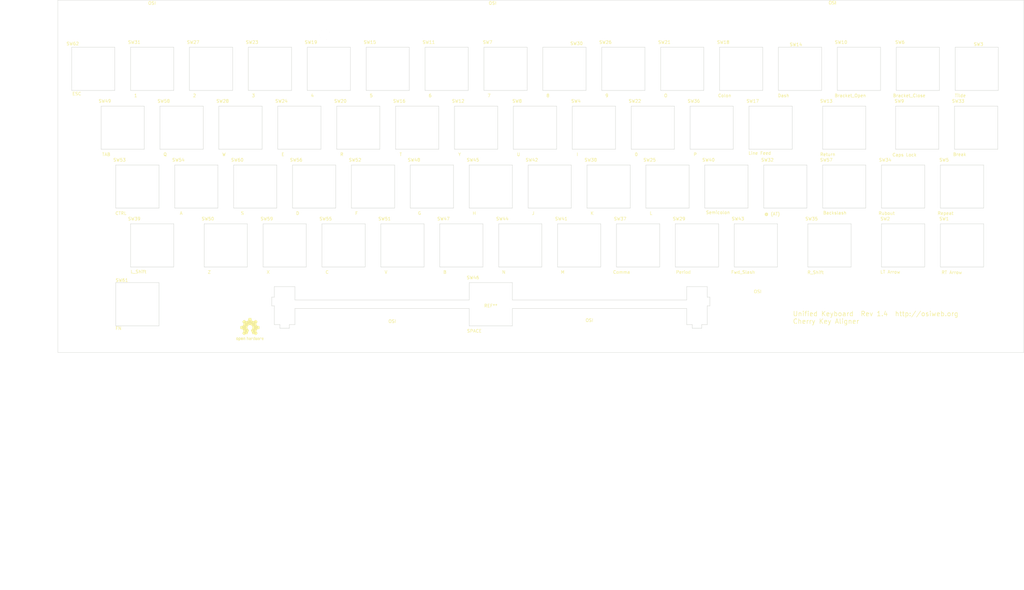
<source format=kicad_pcb>
(kicad_pcb (version 20171130) (host pcbnew "(5.1.5-0-10_14)")

  (general
    (thickness 1.6)
    (drawings 7)
    (tracks 0)
    (zones 0)
    (modules 75)
    (nets 1)
  )

  (page B)
  (title_block
    (title "Cherry Key aligner")
    (date 2019-08-25)
    (rev 1.1)
    (company OSIWeb.org)
    (comment 1 "Key matrix w/ LED")
  )

  (layers
    (0 F.Cu signal)
    (31 B.Cu signal)
    (32 B.Adhes user)
    (33 F.Adhes user)
    (34 B.Paste user)
    (35 F.Paste user)
    (36 B.SilkS user)
    (37 F.SilkS user)
    (38 B.Mask user)
    (39 F.Mask user)
    (40 Dwgs.User user)
    (41 Cmts.User user)
    (42 Eco1.User user)
    (43 Eco2.User user)
    (44 Edge.Cuts user)
    (45 Margin user)
    (46 B.CrtYd user)
    (47 F.CrtYd user)
    (48 B.Fab user)
    (49 F.Fab user)
  )

  (setup
    (last_trace_width 0.254)
    (user_trace_width 0.254)
    (user_trace_width 0.508)
    (user_trace_width 1.27)
    (trace_clearance 0.2)
    (zone_clearance 0.508)
    (zone_45_only no)
    (trace_min 0.2)
    (via_size 0.8128)
    (via_drill 0.4064)
    (via_min_size 0.4)
    (via_min_drill 0.3)
    (user_via 1.27 0.7112)
    (uvia_size 0.3048)
    (uvia_drill 0.1016)
    (uvias_allowed no)
    (uvia_min_size 0.2)
    (uvia_min_drill 0.1)
    (edge_width 0.05)
    (segment_width 0.2)
    (pcb_text_width 0.3)
    (pcb_text_size 1.5 1.5)
    (mod_edge_width 0.12)
    (mod_text_size 1 1)
    (mod_text_width 0.15)
    (pad_size 6.858 6.858)
    (pad_drill 6.858)
    (pad_to_mask_clearance 0)
    (aux_axis_origin 61.4172 179.1081)
    (grid_origin 62.1538 75.2602)
    (visible_elements 7FFFEFFF)
    (pcbplotparams
      (layerselection 0x010fc_ffffffff)
      (usegerberextensions false)
      (usegerberattributes false)
      (usegerberadvancedattributes false)
      (creategerberjobfile false)
      (excludeedgelayer true)
      (linewidth 0.100000)
      (plotframeref false)
      (viasonmask false)
      (mode 1)
      (useauxorigin false)
      (hpglpennumber 1)
      (hpglpenspeed 20)
      (hpglpendiameter 15.000000)
      (psnegative false)
      (psa4output false)
      (plotreference true)
      (plotvalue true)
      (plotinvisibletext false)
      (padsonsilk false)
      (subtractmaskfromsilk false)
      (outputformat 1)
      (mirror false)
      (drillshape 0)
      (scaleselection 1)
      (outputdirectory "cherry-aligner-outputs"))
  )

  (net 0 "")

  (net_class Default "This is the default net class."
    (clearance 0.2)
    (trace_width 0.254)
    (via_dia 0.8128)
    (via_drill 0.4064)
    (uvia_dia 0.3048)
    (uvia_drill 0.1016)
    (diff_pair_width 0.2032)
    (diff_pair_gap 0.254)
  )

  (net_class power1 ""
    (clearance 0.254)
    (trace_width 1.27)
    (via_dia 1.27)
    (via_drill 0.7112)
    (uvia_dia 0.3048)
    (uvia_drill 0.1016)
    (diff_pair_width 0.2032)
    (diff_pair_gap 0.254)
  )

  (net_class signal ""
    (clearance 0.2032)
    (trace_width 0.254)
    (via_dia 0.8128)
    (via_drill 0.4064)
    (uvia_dia 0.3048)
    (uvia_drill 0.1016)
    (diff_pair_width 0.2032)
    (diff_pair_gap 0.254)
  )

  (module "unikbd:Cherry aligner" (layer F.Cu) (tedit 5DA626D6) (tstamp 5E0A52FF)
    (at 68.57238 89.79916)
    (fp_text reference SW62 (at -6.64718 -8.13816) (layer F.SilkS)
      (effects (font (size 1 1) (thickness 0.15)))
    )
    (fp_text value ESC (at -5.32638 8.06704) (layer F.SilkS)
      (effects (font (size 1 1) (thickness 0.15)))
    )
    (fp_line (start -6.985 -6.985) (end -6.985 6.985) (layer Edge.Cuts) (width 0.12))
    (fp_line (start 6.985 6.985) (end 6.985 -6.985) (layer Edge.Cuts) (width 0.12))
    (fp_line (start -6.985 -6.985) (end 6.985 -6.985) (layer Edge.Cuts) (width 0.12))
    (fp_line (start -6.985 6.985) (end 6.985 6.985) (layer Edge.Cuts) (width 0.12))
  )

  (module "unikbd:Cherry aligner" (layer F.Cu) (tedit 5DA626D6) (tstamp 5E0A154C)
    (at 82.85988 165.99916)
    (fp_text reference SW61 (at -5.0292 -7.7724) (layer F.SilkS)
      (effects (font (size 1 1) (thickness 0.15)))
    )
    (fp_text value FN (at -6.1214 7.7978) (layer F.SilkS)
      (effects (font (size 1 1) (thickness 0.15)))
    )
    (fp_line (start -6.985 -6.985) (end -6.985 6.985) (layer Edge.Cuts) (width 0.12))
    (fp_line (start 6.985 6.985) (end 6.985 -6.985) (layer Edge.Cuts) (width 0.12))
    (fp_line (start -6.985 -6.985) (end 6.985 -6.985) (layer Edge.Cuts) (width 0.12))
    (fp_line (start -6.985 6.985) (end 6.985 6.985) (layer Edge.Cuts) (width 0.12))
  )

  (module Symbol:OSHW-Logo2_9.8x8mm_SilkScreen (layer F.Cu) (tedit 0) (tstamp 5E0A0419)
    (at 119.253 174.1678)
    (descr "Open Source Hardware Symbol")
    (tags "Logo Symbol OSHW")
    (attr virtual)
    (fp_text reference REF** (at 0 0) (layer F.SilkS) hide
      (effects (font (size 1 1) (thickness 0.15)))
    )
    (fp_text value OSHW-Logo2_9.8x8mm_SilkScreen (at 0.4572 5.0038) (layer F.Fab) hide
      (effects (font (size 1 1) (thickness 0.15)))
    )
    (fp_poly (pts (xy 0.139878 -3.712224) (xy 0.245612 -3.711645) (xy 0.322132 -3.710078) (xy 0.374372 -3.707028)
      (xy 0.407263 -3.702004) (xy 0.425737 -3.694511) (xy 0.434727 -3.684056) (xy 0.439163 -3.670147)
      (xy 0.439594 -3.668346) (xy 0.446333 -3.635855) (xy 0.458808 -3.571748) (xy 0.475719 -3.482849)
      (xy 0.495771 -3.375981) (xy 0.517664 -3.257967) (xy 0.518429 -3.253822) (xy 0.540359 -3.138169)
      (xy 0.560877 -3.035986) (xy 0.578659 -2.953402) (xy 0.592381 -2.896544) (xy 0.600718 -2.871542)
      (xy 0.601116 -2.871099) (xy 0.625677 -2.85889) (xy 0.676315 -2.838544) (xy 0.742095 -2.814455)
      (xy 0.742461 -2.814326) (xy 0.825317 -2.783182) (xy 0.923 -2.743509) (xy 1.015077 -2.703619)
      (xy 1.019434 -2.701647) (xy 1.169407 -2.63358) (xy 1.501498 -2.860361) (xy 1.603374 -2.929496)
      (xy 1.695657 -2.991303) (xy 1.773003 -3.042267) (xy 1.830064 -3.078873) (xy 1.861495 -3.097606)
      (xy 1.864479 -3.098996) (xy 1.887321 -3.09281) (xy 1.929982 -3.062965) (xy 1.994128 -3.008053)
      (xy 2.081421 -2.926666) (xy 2.170535 -2.840078) (xy 2.256441 -2.754753) (xy 2.333327 -2.676892)
      (xy 2.396564 -2.611303) (xy 2.441523 -2.562795) (xy 2.463576 -2.536175) (xy 2.464396 -2.534805)
      (xy 2.466834 -2.516537) (xy 2.45765 -2.486705) (xy 2.434574 -2.441279) (xy 2.395337 -2.37623)
      (xy 2.33767 -2.28753) (xy 2.260795 -2.173343) (xy 2.19257 -2.072838) (xy 2.131582 -1.982697)
      (xy 2.081356 -1.908151) (xy 2.045416 -1.854435) (xy 2.027287 -1.826782) (xy 2.026146 -1.824905)
      (xy 2.028359 -1.79841) (xy 2.045138 -1.746914) (xy 2.073142 -1.680149) (xy 2.083122 -1.658828)
      (xy 2.126672 -1.563841) (xy 2.173134 -1.456063) (xy 2.210877 -1.362808) (xy 2.238073 -1.293594)
      (xy 2.259675 -1.240994) (xy 2.272158 -1.213503) (xy 2.273709 -1.211384) (xy 2.296668 -1.207876)
      (xy 2.350786 -1.198262) (xy 2.428868 -1.183911) (xy 2.523719 -1.166193) (xy 2.628143 -1.146475)
      (xy 2.734944 -1.126126) (xy 2.836926 -1.106514) (xy 2.926894 -1.089009) (xy 2.997653 -1.074978)
      (xy 3.042006 -1.065791) (xy 3.052885 -1.063193) (xy 3.064122 -1.056782) (xy 3.072605 -1.042303)
      (xy 3.078714 -1.014867) (xy 3.082832 -0.969589) (xy 3.085341 -0.90158) (xy 3.086621 -0.805953)
      (xy 3.087054 -0.67782) (xy 3.087077 -0.625299) (xy 3.087077 -0.198155) (xy 2.9845 -0.177909)
      (xy 2.927431 -0.16693) (xy 2.842269 -0.150905) (xy 2.739372 -0.131767) (xy 2.629096 -0.111449)
      (xy 2.598615 -0.105868) (xy 2.496855 -0.086083) (xy 2.408205 -0.066627) (xy 2.340108 -0.049303)
      (xy 2.300004 -0.035912) (xy 2.293323 -0.031921) (xy 2.276919 -0.003658) (xy 2.253399 0.051109)
      (xy 2.227316 0.121588) (xy 2.222142 0.136769) (xy 2.187956 0.230896) (xy 2.145523 0.337101)
      (xy 2.103997 0.432473) (xy 2.103792 0.432916) (xy 2.03464 0.582525) (xy 2.489512 1.251617)
      (xy 2.1975 1.544116) (xy 2.10918 1.63117) (xy 2.028625 1.707909) (xy 1.96036 1.770237)
      (xy 1.908908 1.814056) (xy 1.878794 1.83527) (xy 1.874474 1.836616) (xy 1.849111 1.826016)
      (xy 1.797358 1.796547) (xy 1.724868 1.751705) (xy 1.637294 1.694984) (xy 1.542612 1.631462)
      (xy 1.446516 1.566668) (xy 1.360837 1.510287) (xy 1.291016 1.465788) (xy 1.242494 1.436639)
      (xy 1.220782 1.426308) (xy 1.194293 1.43505) (xy 1.144062 1.458087) (xy 1.080451 1.490631)
      (xy 1.073708 1.494249) (xy 0.988046 1.53721) (xy 0.929306 1.558279) (xy 0.892772 1.558503)
      (xy 0.873731 1.538928) (xy 0.87362 1.538654) (xy 0.864102 1.515472) (xy 0.841403 1.460441)
      (xy 0.807282 1.377822) (xy 0.7635 1.271872) (xy 0.711816 1.146852) (xy 0.653992 1.00702)
      (xy 0.597991 0.871637) (xy 0.536447 0.722234) (xy 0.479939 0.583832) (xy 0.430161 0.460673)
      (xy 0.388806 0.357002) (xy 0.357568 0.277059) (xy 0.338141 0.225088) (xy 0.332154 0.205692)
      (xy 0.347168 0.183443) (xy 0.386439 0.147982) (xy 0.438807 0.108887) (xy 0.587941 -0.014755)
      (xy 0.704511 -0.156478) (xy 0.787118 -0.313296) (xy 0.834366 -0.482225) (xy 0.844857 -0.660278)
      (xy 0.837231 -0.742461) (xy 0.795682 -0.912969) (xy 0.724123 -1.063541) (xy 0.626995 -1.192691)
      (xy 0.508734 -1.298936) (xy 0.37378 -1.38079) (xy 0.226571 -1.436768) (xy 0.071544 -1.465385)
      (xy -0.086861 -1.465156) (xy -0.244206 -1.434595) (xy -0.396054 -1.372218) (xy -0.537965 -1.27654)
      (xy -0.597197 -1.222428) (xy -0.710797 -1.08348) (xy -0.789894 -0.931639) (xy -0.835014 -0.771333)
      (xy -0.846684 -0.606988) (xy -0.825431 -0.443029) (xy -0.77178 -0.283882) (xy -0.68626 -0.133975)
      (xy -0.569395 0.002267) (xy -0.438807 0.108887) (xy -0.384412 0.149642) (xy -0.345986 0.184718)
      (xy -0.332154 0.205726) (xy -0.339397 0.228635) (xy -0.359995 0.283365) (xy -0.392254 0.365672)
      (xy -0.434479 0.471315) (xy -0.484977 0.59605) (xy -0.542052 0.735636) (xy -0.598146 0.87167)
      (xy -0.660033 1.021201) (xy -0.717356 1.159767) (xy -0.768356 1.283107) (xy -0.811273 1.386964)
      (xy -0.844347 1.46708) (xy -0.865819 1.519195) (xy -0.873775 1.538654) (xy -0.892571 1.558423)
      (xy -0.928926 1.558365) (xy -0.987521 1.537441) (xy -1.073032 1.494613) (xy -1.073708 1.494249)
      (xy -1.138093 1.461012) (xy -1.190139 1.436802) (xy -1.219488 1.426404) (xy -1.220783 1.426308)
      (xy -1.242876 1.436855) (xy -1.291652 1.466184) (xy -1.361669 1.510827) (xy -1.447486 1.567314)
      (xy -1.542612 1.631462) (xy -1.63946 1.696411) (xy -1.726747 1.752896) (xy -1.798819 1.797421)
      (xy -1.850023 1.82649) (xy -1.874474 1.836616) (xy -1.89699 1.823307) (xy -1.942258 1.786112)
      (xy -2.005756 1.729128) (xy -2.082961 1.656449) (xy -2.169349 1.572171) (xy -2.197601 1.544016)
      (xy -2.489713 1.251416) (xy -2.267369 0.925104) (xy -2.199798 0.824897) (xy -2.140493 0.734963)
      (xy -2.092783 0.66051) (xy -2.059993 0.606751) (xy -2.045452 0.578894) (xy -2.045026 0.576912)
      (xy -2.052692 0.550655) (xy -2.073311 0.497837) (xy -2.103315 0.42731) (xy -2.124375 0.380093)
      (xy -2.163752 0.289694) (xy -2.200835 0.198366) (xy -2.229585 0.1212) (xy -2.237395 0.097692)
      (xy -2.259583 0.034916) (xy -2.281273 -0.013589) (xy -2.293187 -0.031921) (xy -2.319477 -0.043141)
      (xy -2.376858 -0.059046) (xy -2.457882 -0.077833) (xy -2.555105 -0.097701) (xy -2.598615 -0.105868)
      (xy -2.709104 -0.126171) (xy -2.815084 -0.14583) (xy -2.906199 -0.162912) (xy -2.972092 -0.175482)
      (xy -2.9845 -0.177909) (xy -3.087077 -0.198155) (xy -3.087077 -0.625299) (xy -3.086847 -0.765754)
      (xy -3.085901 -0.872021) (xy -3.083859 -0.948987) (xy -3.080338 -1.00154) (xy -3.074957 -1.034567)
      (xy -3.067334 -1.052955) (xy -3.057088 -1.061592) (xy -3.052885 -1.063193) (xy -3.02753 -1.068873)
      (xy -2.971516 -1.080205) (xy -2.892036 -1.095821) (xy -2.796288 -1.114353) (xy -2.691467 -1.134431)
      (xy -2.584768 -1.154688) (xy -2.483387 -1.173754) (xy -2.394521 -1.190261) (xy -2.325363 -1.202841)
      (xy -2.283111 -1.210125) (xy -2.27371 -1.211384) (xy -2.265193 -1.228237) (xy -2.24634 -1.27313)
      (xy -2.220676 -1.33757) (xy -2.210877 -1.362808) (xy -2.171352 -1.460314) (xy -2.124808 -1.568041)
      (xy -2.083123 -1.658828) (xy -2.05245 -1.728247) (xy -2.032044 -1.78529) (xy -2.025232 -1.820223)
      (xy -2.026318 -1.824905) (xy -2.040715 -1.847009) (xy -2.073588 -1.896169) (xy -2.12141 -1.967152)
      (xy -2.180652 -2.054722) (xy -2.247785 -2.153643) (xy -2.261059 -2.17317) (xy -2.338954 -2.28886)
      (xy -2.396213 -2.376956) (xy -2.435119 -2.441514) (xy -2.457956 -2.486589) (xy -2.467006 -2.516237)
      (xy -2.464552 -2.534515) (xy -2.464489 -2.534631) (xy -2.445173 -2.558639) (xy -2.402449 -2.605053)
      (xy -2.340949 -2.669063) (xy -2.265302 -2.745855) (xy -2.180139 -2.830618) (xy -2.170535 -2.840078)
      (xy -2.06321 -2.944011) (xy -1.980385 -3.020325) (xy -1.920395 -3.070429) (xy -1.881577 -3.09573)
      (xy -1.86448 -3.098996) (xy -1.839527 -3.08475) (xy -1.787745 -3.051844) (xy -1.71448 -3.003792)
      (xy -1.62508 -2.94411) (xy -1.524889 -2.876312) (xy -1.501499 -2.860361) (xy -1.169407 -2.63358)
      (xy -1.019435 -2.701647) (xy -0.92823 -2.741315) (xy -0.830331 -2.781209) (xy -0.746169 -2.813017)
      (xy -0.742462 -2.814326) (xy -0.676631 -2.838424) (xy -0.625884 -2.8588) (xy -0.601158 -2.871064)
      (xy -0.601116 -2.871099) (xy -0.593271 -2.893266) (xy -0.579934 -2.947783) (xy -0.56243 -3.02852)
      (xy -0.542083 -3.12935) (xy -0.520218 -3.244144) (xy -0.518429 -3.253822) (xy -0.496496 -3.372096)
      (xy -0.47636 -3.479458) (xy -0.45932 -3.569083) (xy -0.446672 -3.634149) (xy -0.439716 -3.667832)
      (xy -0.439594 -3.668346) (xy -0.435361 -3.682675) (xy -0.427129 -3.693493) (xy -0.409967 -3.701294)
      (xy -0.378942 -3.706571) (xy -0.329122 -3.709818) (xy -0.255576 -3.711528) (xy -0.153371 -3.712193)
      (xy -0.017575 -3.712307) (xy 0 -3.712308) (xy 0.139878 -3.712224)) (layer F.SilkS) (width 0.01))
    (fp_poly (pts (xy 4.245224 2.647838) (xy 4.322528 2.698361) (xy 4.359814 2.74359) (xy 4.389353 2.825663)
      (xy 4.391699 2.890607) (xy 4.386385 2.977445) (xy 4.186115 3.065103) (xy 4.088739 3.109887)
      (xy 4.025113 3.145913) (xy 3.992029 3.177117) (xy 3.98628 3.207436) (xy 4.004658 3.240805)
      (xy 4.024923 3.262923) (xy 4.083889 3.298393) (xy 4.148024 3.300879) (xy 4.206926 3.273235)
      (xy 4.250197 3.21832) (xy 4.257936 3.198928) (xy 4.295006 3.138364) (xy 4.337654 3.112552)
      (xy 4.396154 3.090471) (xy 4.396154 3.174184) (xy 4.390982 3.23115) (xy 4.370723 3.279189)
      (xy 4.328262 3.334346) (xy 4.321951 3.341514) (xy 4.27472 3.390585) (xy 4.234121 3.41692)
      (xy 4.183328 3.429035) (xy 4.14122 3.433003) (xy 4.065902 3.433991) (xy 4.012286 3.421466)
      (xy 3.978838 3.402869) (xy 3.926268 3.361975) (xy 3.889879 3.317748) (xy 3.86685 3.262126)
      (xy 3.854359 3.187047) (xy 3.849587 3.084449) (xy 3.849206 3.032376) (xy 3.850501 2.969948)
      (xy 3.968471 2.969948) (xy 3.969839 3.003438) (xy 3.973249 3.008923) (xy 3.995753 3.001472)
      (xy 4.044182 2.981753) (xy 4.108908 2.953718) (xy 4.122443 2.947692) (xy 4.204244 2.906096)
      (xy 4.249312 2.869538) (xy 4.259217 2.835296) (xy 4.235526 2.800648) (xy 4.21596 2.785339)
      (xy 4.14536 2.754721) (xy 4.07928 2.75978) (xy 4.023959 2.797151) (xy 3.985636 2.863473)
      (xy 3.973349 2.916116) (xy 3.968471 2.969948) (xy 3.850501 2.969948) (xy 3.85173 2.91072)
      (xy 3.861032 2.82071) (xy 3.87946 2.755167) (xy 3.90936 2.706912) (xy 3.95308 2.668767)
      (xy 3.972141 2.65644) (xy 4.058726 2.624336) (xy 4.153522 2.622316) (xy 4.245224 2.647838)) (layer F.SilkS) (width 0.01))
    (fp_poly (pts (xy 3.570807 2.636782) (xy 3.594161 2.646988) (xy 3.649902 2.691134) (xy 3.697569 2.754967)
      (xy 3.727048 2.823087) (xy 3.731846 2.85667) (xy 3.71576 2.903556) (xy 3.680475 2.928365)
      (xy 3.642644 2.943387) (xy 3.625321 2.946155) (xy 3.616886 2.926066) (xy 3.60023 2.882351)
      (xy 3.592923 2.862598) (xy 3.551948 2.794271) (xy 3.492622 2.760191) (xy 3.416552 2.761239)
      (xy 3.410918 2.762581) (xy 3.370305 2.781836) (xy 3.340448 2.819375) (xy 3.320055 2.879809)
      (xy 3.307836 2.967751) (xy 3.3025 3.087813) (xy 3.302 3.151698) (xy 3.301752 3.252403)
      (xy 3.300126 3.321054) (xy 3.295801 3.364673) (xy 3.287454 3.390282) (xy 3.273765 3.404903)
      (xy 3.253411 3.415558) (xy 3.252234 3.416095) (xy 3.213038 3.432667) (xy 3.193619 3.438769)
      (xy 3.190635 3.420319) (xy 3.188081 3.369323) (xy 3.18614 3.292308) (xy 3.184997 3.195805)
      (xy 3.184769 3.125184) (xy 3.185932 2.988525) (xy 3.190479 2.884851) (xy 3.199999 2.808108)
      (xy 3.216081 2.752246) (xy 3.240313 2.711212) (xy 3.274286 2.678954) (xy 3.307833 2.65644)
      (xy 3.388499 2.626476) (xy 3.482381 2.619718) (xy 3.570807 2.636782)) (layer F.SilkS) (width 0.01))
    (fp_poly (pts (xy 2.887333 2.633528) (xy 2.94359 2.659117) (xy 2.987747 2.690124) (xy 3.020101 2.724795)
      (xy 3.042438 2.76952) (xy 3.056546 2.830692) (xy 3.064211 2.914701) (xy 3.06722 3.02794)
      (xy 3.067538 3.102509) (xy 3.067538 3.39342) (xy 3.017773 3.416095) (xy 2.978576 3.432667)
      (xy 2.959157 3.438769) (xy 2.955442 3.42061) (xy 2.952495 3.371648) (xy 2.950691 3.300153)
      (xy 2.950308 3.243385) (xy 2.948661 3.161371) (xy 2.944222 3.096309) (xy 2.93774 3.056467)
      (xy 2.93259 3.048) (xy 2.897977 3.056646) (xy 2.84364 3.078823) (xy 2.780722 3.108886)
      (xy 2.720368 3.141192) (xy 2.673721 3.170098) (xy 2.651926 3.189961) (xy 2.651839 3.190175)
      (xy 2.653714 3.226935) (xy 2.670525 3.262026) (xy 2.700039 3.290528) (xy 2.743116 3.300061)
      (xy 2.779932 3.29895) (xy 2.832074 3.298133) (xy 2.859444 3.310349) (xy 2.875882 3.342624)
      (xy 2.877955 3.34871) (xy 2.885081 3.394739) (xy 2.866024 3.422687) (xy 2.816353 3.436007)
      (xy 2.762697 3.43847) (xy 2.666142 3.42021) (xy 2.616159 3.394131) (xy 2.554429 3.332868)
      (xy 2.52169 3.25767) (xy 2.518753 3.178211) (xy 2.546424 3.104167) (xy 2.588047 3.057769)
      (xy 2.629604 3.031793) (xy 2.694922 2.998907) (xy 2.771038 2.965557) (xy 2.783726 2.960461)
      (xy 2.867333 2.923565) (xy 2.91553 2.891046) (xy 2.93103 2.858718) (xy 2.91655 2.822394)
      (xy 2.891692 2.794) (xy 2.832939 2.759039) (xy 2.768293 2.756417) (xy 2.709008 2.783358)
      (xy 2.666339 2.837088) (xy 2.660739 2.85095) (xy 2.628133 2.901936) (xy 2.58053 2.939787)
      (xy 2.520461 2.97085) (xy 2.520461 2.882768) (xy 2.523997 2.828951) (xy 2.539156 2.786534)
      (xy 2.572768 2.741279) (xy 2.605035 2.70642) (xy 2.655209 2.657062) (xy 2.694193 2.630547)
      (xy 2.736064 2.619911) (xy 2.78346 2.618154) (xy 2.887333 2.633528)) (layer F.SilkS) (width 0.01))
    (fp_poly (pts (xy 2.395929 2.636662) (xy 2.398911 2.688068) (xy 2.401247 2.766192) (xy 2.402749 2.864857)
      (xy 2.403231 2.968343) (xy 2.403231 3.318533) (xy 2.341401 3.380363) (xy 2.298793 3.418462)
      (xy 2.26139 3.433895) (xy 2.21027 3.432918) (xy 2.189978 3.430433) (xy 2.126554 3.4232)
      (xy 2.074095 3.419055) (xy 2.061308 3.418672) (xy 2.018199 3.421176) (xy 1.956544 3.427462)
      (xy 1.932638 3.430433) (xy 1.873922 3.435028) (xy 1.834464 3.425046) (xy 1.795338 3.394228)
      (xy 1.781215 3.380363) (xy 1.719385 3.318533) (xy 1.719385 2.663503) (xy 1.76915 2.640829)
      (xy 1.812002 2.624034) (xy 1.837073 2.618154) (xy 1.843501 2.636736) (xy 1.849509 2.688655)
      (xy 1.854697 2.768172) (xy 1.858664 2.869546) (xy 1.860577 2.955192) (xy 1.865923 3.292231)
      (xy 1.91256 3.298825) (xy 1.954976 3.294214) (xy 1.97576 3.279287) (xy 1.98157 3.251377)
      (xy 1.98653 3.191925) (xy 1.990246 3.108466) (xy 1.992324 3.008532) (xy 1.992624 2.957104)
      (xy 1.992923 2.661054) (xy 2.054454 2.639604) (xy 2.098004 2.62502) (xy 2.121694 2.618219)
      (xy 2.122377 2.618154) (xy 2.124754 2.636642) (xy 2.127366 2.687906) (xy 2.129995 2.765649)
      (xy 2.132421 2.863574) (xy 2.134115 2.955192) (xy 2.139461 3.292231) (xy 2.256692 3.292231)
      (xy 2.262072 2.984746) (xy 2.267451 2.677261) (xy 2.324601 2.647707) (xy 2.366797 2.627413)
      (xy 2.39177 2.618204) (xy 2.392491 2.618154) (xy 2.395929 2.636662)) (layer F.SilkS) (width 0.01))
    (fp_poly (pts (xy 1.602081 2.780289) (xy 1.601833 2.92632) (xy 1.600872 3.038655) (xy 1.598794 3.122678)
      (xy 1.595193 3.183769) (xy 1.589665 3.227309) (xy 1.581804 3.258679) (xy 1.571207 3.283262)
      (xy 1.563182 3.297294) (xy 1.496728 3.373388) (xy 1.41247 3.421084) (xy 1.319249 3.438199)
      (xy 1.2259 3.422546) (xy 1.170312 3.394418) (xy 1.111957 3.34576) (xy 1.072186 3.286333)
      (xy 1.04819 3.208507) (xy 1.037161 3.104652) (xy 1.035599 3.028462) (xy 1.035809 3.022986)
      (xy 1.172308 3.022986) (xy 1.173141 3.110355) (xy 1.176961 3.168192) (xy 1.185746 3.206029)
      (xy 1.201474 3.233398) (xy 1.220266 3.254042) (xy 1.283375 3.29389) (xy 1.351137 3.297295)
      (xy 1.415179 3.264025) (xy 1.420164 3.259517) (xy 1.441439 3.236067) (xy 1.454779 3.208166)
      (xy 1.462001 3.166641) (xy 1.464923 3.102316) (xy 1.465385 3.0312) (xy 1.464383 2.941858)
      (xy 1.460238 2.882258) (xy 1.451236 2.843089) (xy 1.435667 2.81504) (xy 1.422902 2.800144)
      (xy 1.3636 2.762575) (xy 1.295301 2.758057) (xy 1.23011 2.786753) (xy 1.217528 2.797406)
      (xy 1.196111 2.821063) (xy 1.182744 2.849251) (xy 1.175566 2.891245) (xy 1.172719 2.956319)
      (xy 1.172308 3.022986) (xy 1.035809 3.022986) (xy 1.040322 2.905765) (xy 1.056362 2.813577)
      (xy 1.086528 2.744269) (xy 1.133629 2.690211) (xy 1.170312 2.662505) (xy 1.23699 2.632572)
      (xy 1.314272 2.618678) (xy 1.38611 2.622397) (xy 1.426308 2.6374) (xy 1.442082 2.64167)
      (xy 1.45255 2.62575) (xy 1.459856 2.583089) (xy 1.465385 2.518106) (xy 1.471437 2.445732)
      (xy 1.479844 2.402187) (xy 1.495141 2.377287) (xy 1.521864 2.360845) (xy 1.538654 2.353564)
      (xy 1.602154 2.326963) (xy 1.602081 2.780289)) (layer F.SilkS) (width 0.01))
    (fp_poly (pts (xy 0.713362 2.62467) (xy 0.802117 2.657421) (xy 0.874022 2.71535) (xy 0.902144 2.756128)
      (xy 0.932802 2.830954) (xy 0.932165 2.885058) (xy 0.899987 2.921446) (xy 0.888081 2.927633)
      (xy 0.836675 2.946925) (xy 0.810422 2.941982) (xy 0.80153 2.909587) (xy 0.801077 2.891692)
      (xy 0.784797 2.825859) (xy 0.742365 2.779807) (xy 0.683388 2.757564) (xy 0.617475 2.763161)
      (xy 0.563895 2.792229) (xy 0.545798 2.80881) (xy 0.532971 2.828925) (xy 0.524306 2.859332)
      (xy 0.518696 2.906788) (xy 0.515035 2.97805) (xy 0.512215 3.079875) (xy 0.511484 3.112115)
      (xy 0.50882 3.22241) (xy 0.505792 3.300036) (xy 0.50125 3.351396) (xy 0.494046 3.38289)
      (xy 0.483033 3.40092) (xy 0.46706 3.411888) (xy 0.456834 3.416733) (xy 0.413406 3.433301)
      (xy 0.387842 3.438769) (xy 0.379395 3.420507) (xy 0.374239 3.365296) (xy 0.372346 3.272499)
      (xy 0.373689 3.141478) (xy 0.374107 3.121269) (xy 0.377058 3.001733) (xy 0.380548 2.914449)
      (xy 0.385514 2.852591) (xy 0.392893 2.809336) (xy 0.403624 2.77786) (xy 0.418645 2.751339)
      (xy 0.426502 2.739975) (xy 0.471553 2.689692) (xy 0.52194 2.650581) (xy 0.528108 2.647167)
      (xy 0.618458 2.620212) (xy 0.713362 2.62467)) (layer F.SilkS) (width 0.01))
    (fp_poly (pts (xy 0.053501 2.626303) (xy 0.13006 2.654733) (xy 0.130936 2.655279) (xy 0.178285 2.690127)
      (xy 0.213241 2.730852) (xy 0.237825 2.783925) (xy 0.254062 2.855814) (xy 0.263975 2.952992)
      (xy 0.269586 3.081928) (xy 0.270077 3.100298) (xy 0.277141 3.377287) (xy 0.217695 3.408028)
      (xy 0.174681 3.428802) (xy 0.14871 3.438646) (xy 0.147509 3.438769) (xy 0.143014 3.420606)
      (xy 0.139444 3.371612) (xy 0.137248 3.300031) (xy 0.136769 3.242068) (xy 0.136758 3.14817)
      (xy 0.132466 3.089203) (xy 0.117503 3.061079) (xy 0.085482 3.059706) (xy 0.030014 3.080998)
      (xy -0.053731 3.120136) (xy -0.115311 3.152643) (xy -0.146983 3.180845) (xy -0.156294 3.211582)
      (xy -0.156308 3.213104) (xy -0.140943 3.266054) (xy -0.095453 3.29466) (xy -0.025834 3.298803)
      (xy 0.024313 3.298084) (xy 0.050754 3.312527) (xy 0.067243 3.347218) (xy 0.076733 3.391416)
      (xy 0.063057 3.416493) (xy 0.057907 3.420082) (xy 0.009425 3.434496) (xy -0.058469 3.436537)
      (xy -0.128388 3.426983) (xy -0.177932 3.409522) (xy -0.24643 3.351364) (xy -0.285366 3.270408)
      (xy -0.293077 3.20716) (xy -0.287193 3.150111) (xy -0.265899 3.103542) (xy -0.223735 3.062181)
      (xy -0.155241 3.020755) (xy -0.054956 2.973993) (xy -0.048846 2.97135) (xy 0.04149 2.929617)
      (xy 0.097235 2.895391) (xy 0.121129 2.864635) (xy 0.115913 2.833311) (xy 0.084328 2.797383)
      (xy 0.074883 2.789116) (xy 0.011617 2.757058) (xy -0.053936 2.758407) (xy -0.111028 2.789838)
      (xy -0.148907 2.848024) (xy -0.152426 2.859446) (xy -0.1867 2.914837) (xy -0.230191 2.941518)
      (xy -0.293077 2.96796) (xy -0.293077 2.899548) (xy -0.273948 2.80011) (xy -0.217169 2.708902)
      (xy -0.187622 2.678389) (xy -0.120458 2.639228) (xy -0.035044 2.6215) (xy 0.053501 2.626303)) (layer F.SilkS) (width 0.01))
    (fp_poly (pts (xy -0.840154 2.49212) (xy -0.834428 2.57198) (xy -0.827851 2.619039) (xy -0.818738 2.639566)
      (xy -0.805402 2.639829) (xy -0.801077 2.637378) (xy -0.743556 2.619636) (xy -0.668732 2.620672)
      (xy -0.592661 2.63891) (xy -0.545082 2.662505) (xy -0.496298 2.700198) (xy -0.460636 2.742855)
      (xy -0.436155 2.797057) (xy -0.420913 2.869384) (xy -0.41297 2.966419) (xy -0.410384 3.094742)
      (xy -0.410338 3.119358) (xy -0.410308 3.39587) (xy -0.471839 3.41732) (xy -0.515541 3.431912)
      (xy -0.539518 3.438706) (xy -0.540223 3.438769) (xy -0.542585 3.420345) (xy -0.544594 3.369526)
      (xy -0.546099 3.292993) (xy -0.546947 3.19743) (xy -0.547077 3.139329) (xy -0.547349 3.024771)
      (xy -0.548748 2.942667) (xy -0.552151 2.886393) (xy -0.558433 2.849326) (xy -0.568471 2.824844)
      (xy -0.583139 2.806325) (xy -0.592298 2.797406) (xy -0.655211 2.761466) (xy -0.723864 2.758775)
      (xy -0.786152 2.78917) (xy -0.797671 2.800144) (xy -0.814567 2.820779) (xy -0.826286 2.845256)
      (xy -0.833767 2.880647) (xy -0.837946 2.934026) (xy -0.839763 3.012466) (xy -0.840154 3.120617)
      (xy -0.840154 3.39587) (xy -0.901685 3.41732) (xy -0.945387 3.431912) (xy -0.969364 3.438706)
      (xy -0.97007 3.438769) (xy -0.971874 3.420069) (xy -0.9735 3.367322) (xy -0.974883 3.285557)
      (xy -0.975958 3.179805) (xy -0.97666 3.055094) (xy -0.976923 2.916455) (xy -0.976923 2.381806)
      (xy -0.849923 2.328236) (xy -0.840154 2.49212)) (layer F.SilkS) (width 0.01))
    (fp_poly (pts (xy -2.465746 2.599745) (xy -2.388714 2.651567) (xy -2.329184 2.726412) (xy -2.293622 2.821654)
      (xy -2.286429 2.891756) (xy -2.287246 2.921009) (xy -2.294086 2.943407) (xy -2.312888 2.963474)
      (xy -2.349592 2.985733) (xy -2.410138 3.014709) (xy -2.500466 3.054927) (xy -2.500923 3.055129)
      (xy -2.584067 3.09321) (xy -2.652247 3.127025) (xy -2.698495 3.152933) (xy -2.715842 3.167295)
      (xy -2.715846 3.167411) (xy -2.700557 3.198685) (xy -2.664804 3.233157) (xy -2.623758 3.25799)
      (xy -2.602963 3.262923) (xy -2.54623 3.245862) (xy -2.497373 3.203133) (xy -2.473535 3.156155)
      (xy -2.450603 3.121522) (xy -2.405682 3.082081) (xy -2.352877 3.048009) (xy -2.30629 3.02948)
      (xy -2.296548 3.028462) (xy -2.285582 3.045215) (xy -2.284921 3.088039) (xy -2.29298 3.145781)
      (xy -2.308173 3.207289) (xy -2.328914 3.261409) (xy -2.329962 3.26351) (xy -2.392379 3.35066)
      (xy -2.473274 3.409939) (xy -2.565144 3.439034) (xy -2.660487 3.435634) (xy -2.751802 3.397428)
      (xy -2.755862 3.394741) (xy -2.827694 3.329642) (xy -2.874927 3.244705) (xy -2.901066 3.133021)
      (xy -2.904574 3.101643) (xy -2.910787 2.953536) (xy -2.903339 2.884468) (xy -2.715846 2.884468)
      (xy -2.71341 2.927552) (xy -2.700086 2.940126) (xy -2.666868 2.930719) (xy -2.614506 2.908483)
      (xy -2.555976 2.88061) (xy -2.554521 2.879872) (xy -2.504911 2.853777) (xy -2.485 2.836363)
      (xy -2.48991 2.818107) (xy -2.510584 2.79412) (xy -2.563181 2.759406) (xy -2.619823 2.756856)
      (xy -2.670631 2.782119) (xy -2.705724 2.830847) (xy -2.715846 2.884468) (xy -2.903339 2.884468)
      (xy -2.898008 2.835036) (xy -2.865222 2.741055) (xy -2.819579 2.675215) (xy -2.737198 2.608681)
      (xy -2.646454 2.575676) (xy -2.553815 2.573573) (xy -2.465746 2.599745)) (layer F.SilkS) (width 0.01))
    (fp_poly (pts (xy -3.983114 2.587256) (xy -3.891536 2.635409) (xy -3.823951 2.712905) (xy -3.799943 2.762727)
      (xy -3.781262 2.837533) (xy -3.771699 2.932052) (xy -3.770792 3.03521) (xy -3.778079 3.135935)
      (xy -3.793097 3.223153) (xy -3.815385 3.285791) (xy -3.822235 3.296579) (xy -3.903368 3.377105)
      (xy -3.999734 3.425336) (xy -4.104299 3.43945) (xy -4.210032 3.417629) (xy -4.239457 3.404547)
      (xy -4.296759 3.364231) (xy -4.34705 3.310775) (xy -4.351803 3.303995) (xy -4.371122 3.271321)
      (xy -4.383892 3.236394) (xy -4.391436 3.190414) (xy -4.395076 3.124584) (xy -4.396135 3.030105)
      (xy -4.396154 3.008923) (xy -4.396106 3.002182) (xy -4.200769 3.002182) (xy -4.199632 3.091349)
      (xy -4.195159 3.15052) (xy -4.185754 3.188741) (xy -4.169824 3.215053) (xy -4.161692 3.223846)
      (xy -4.114942 3.257261) (xy -4.069553 3.255737) (xy -4.02366 3.226752) (xy -3.996288 3.195809)
      (xy -3.980077 3.150643) (xy -3.970974 3.07942) (xy -3.970349 3.071114) (xy -3.968796 2.942037)
      (xy -3.985035 2.846172) (xy -4.018848 2.784107) (xy -4.070016 2.756432) (xy -4.08828 2.754923)
      (xy -4.13624 2.762513) (xy -4.169047 2.788808) (xy -4.189105 2.839095) (xy -4.198822 2.918664)
      (xy -4.200769 3.002182) (xy -4.396106 3.002182) (xy -4.395426 2.908249) (xy -4.392371 2.837906)
      (xy -4.385678 2.789163) (xy -4.37404 2.753288) (xy -4.356147 2.721548) (xy -4.352192 2.715648)
      (xy -4.285733 2.636104) (xy -4.213315 2.589929) (xy -4.125151 2.571599) (xy -4.095213 2.570703)
      (xy -3.983114 2.587256)) (layer F.SilkS) (width 0.01))
    (fp_poly (pts (xy -1.728336 2.595089) (xy -1.665633 2.631358) (xy -1.622039 2.667358) (xy -1.590155 2.705075)
      (xy -1.56819 2.751199) (xy -1.554351 2.812421) (xy -1.546847 2.895431) (xy -1.543883 3.006919)
      (xy -1.543539 3.087062) (xy -1.543539 3.382065) (xy -1.709615 3.456515) (xy -1.719385 3.133402)
      (xy -1.723421 3.012729) (xy -1.727656 2.925141) (xy -1.732903 2.86465) (xy -1.739975 2.825268)
      (xy -1.749689 2.801007) (xy -1.762856 2.78588) (xy -1.767081 2.782606) (xy -1.831091 2.757034)
      (xy -1.895792 2.767153) (xy -1.934308 2.794) (xy -1.949975 2.813024) (xy -1.96082 2.837988)
      (xy -1.967712 2.875834) (xy -1.971521 2.933502) (xy -1.973117 3.017935) (xy -1.973385 3.105928)
      (xy -1.973437 3.216323) (xy -1.975328 3.294463) (xy -1.981655 3.347165) (xy -1.995017 3.381242)
      (xy -2.018015 3.403511) (xy -2.053246 3.420787) (xy -2.100303 3.438738) (xy -2.151697 3.458278)
      (xy -2.145579 3.111485) (xy -2.143116 2.986468) (xy -2.140233 2.894082) (xy -2.136102 2.827881)
      (xy -2.129893 2.78142) (xy -2.120774 2.748256) (xy -2.107917 2.721944) (xy -2.092416 2.698729)
      (xy -2.017629 2.624569) (xy -1.926372 2.581684) (xy -1.827117 2.571412) (xy -1.728336 2.595089)) (layer F.SilkS) (width 0.01))
    (fp_poly (pts (xy -3.231114 2.584505) (xy -3.156461 2.621727) (xy -3.090569 2.690261) (xy -3.072423 2.715648)
      (xy -3.052655 2.748866) (xy -3.039828 2.784945) (xy -3.03249 2.833098) (xy -3.029187 2.902536)
      (xy -3.028462 2.994206) (xy -3.031737 3.11983) (xy -3.043123 3.214154) (xy -3.064959 3.284523)
      (xy -3.099581 3.338286) (xy -3.14933 3.382788) (xy -3.152986 3.385423) (xy -3.202015 3.412377)
      (xy -3.261055 3.425712) (xy -3.336141 3.429) (xy -3.458205 3.429) (xy -3.458256 3.547497)
      (xy -3.459392 3.613492) (xy -3.466314 3.652202) (xy -3.484402 3.675419) (xy -3.519038 3.694933)
      (xy -3.527355 3.69892) (xy -3.56628 3.717603) (xy -3.596417 3.729403) (xy -3.618826 3.730422)
      (xy -3.634567 3.716761) (xy -3.644698 3.684522) (xy -3.650277 3.629804) (xy -3.652365 3.548711)
      (xy -3.652019 3.437344) (xy -3.6503 3.291802) (xy -3.649763 3.248269) (xy -3.647828 3.098205)
      (xy -3.646096 3.000042) (xy -3.458308 3.000042) (xy -3.457252 3.083364) (xy -3.452562 3.13788)
      (xy -3.441949 3.173837) (xy -3.423128 3.201482) (xy -3.41035 3.214965) (xy -3.35811 3.254417)
      (xy -3.311858 3.257628) (xy -3.264133 3.225049) (xy -3.262923 3.223846) (xy -3.243506 3.198668)
      (xy -3.231693 3.164447) (xy -3.225735 3.111748) (xy -3.22388 3.031131) (xy -3.223846 3.013271)
      (xy -3.22833 2.902175) (xy -3.242926 2.825161) (xy -3.26935 2.778147) (xy -3.309317 2.75705)
      (xy -3.332416 2.754923) (xy -3.387238 2.7649) (xy -3.424842 2.797752) (xy -3.447477 2.857857)
      (xy -3.457394 2.949598) (xy -3.458308 3.000042) (xy -3.646096 3.000042) (xy -3.645778 2.98206)
      (xy -3.643127 2.894679) (xy -3.639394 2.830905) (xy -3.634093 2.785582) (xy -3.626742 2.753555)
      (xy -3.616857 2.729668) (xy -3.603954 2.708764) (xy -3.598421 2.700898) (xy -3.525031 2.626595)
      (xy -3.43224 2.584467) (xy -3.324904 2.572722) (xy -3.231114 2.584505)) (layer F.SilkS) (width 0.01))
  )

  (module unikbd:OSI_spacer_holes (layer F.Cu) (tedit 5E099C16) (tstamp 5E09F771)
    (at 197.15988 165.99916)
    (fp_text reference REF** (at 0 0.5) (layer F.SilkS)
      (effects (font (size 1 1) (thickness 0.15)))
    )
    (fp_text value "OSI mounting holes" (at -0.32258 11.14044) (layer F.Fab)
      (effects (font (size 1 1) (thickness 0.15)))
    )
    (fp_circle (center -85.979 0.4826) (end -82.229 0.4826) (layer F.CrtYd) (width 0.05))
    (fp_circle (center -85.979 0.4826) (end -82.479 0.4826) (layer Cmts.User) (width 0.15))
    (fp_text user %R (at 110.75162 -87.97036) (layer F.Fab)
      (effects (font (size 1 1) (thickness 0.15)))
    )
    (fp_text user OSI (at 110.49762 -97.57156) (layer F.SilkS)
      (effects (font (size 1 1) (thickness 0.15)))
    )
    (fp_circle (center 85.979 0.4826) (end 89.729 0.4826) (layer F.CrtYd) (width 0.05))
    (fp_circle (center 85.979 0.4826) (end 89.479 0.4826) (layer Cmts.User) (width 0.15))
    (fp_text user %R (at 86.57082 5.50164) (layer F.Fab)
      (effects (font (size 1 1) (thickness 0.15)))
    )
    (fp_text user OSI (at 86.31682 -4.09956) (layer F.SilkS)
      (effects (font (size 1 1) (thickness 0.15)))
    )
    (fp_circle (center 31.75 10.16) (end 35.5 10.16) (layer F.CrtYd) (width 0.05))
    (fp_circle (center 31.75 10.16) (end 35.25 10.16) (layer Cmts.User) (width 0.15))
    (fp_text user %R (at 32.13862 14.79804) (layer F.Fab)
      (effects (font (size 1 1) (thickness 0.15)))
    )
    (fp_text user OSI (at 31.88462 5.19684) (layer F.SilkS)
      (effects (font (size 1 1) (thickness 0.15)))
    )
    (fp_circle (center -31.75 10.16) (end -28 10.16) (layer F.CrtYd) (width 0.05))
    (fp_circle (center -31.75 10.16) (end -28.25 10.16) (layer Cmts.User) (width 0.15))
    (fp_text user %R (at -31.61538 15.12824) (layer F.Fab)
      (effects (font (size 1 1) (thickness 0.15)))
    )
    (fp_text user OSI (at -31.86938 5.52704) (layer F.SilkS)
      (effects (font (size 1 1) (thickness 0.15)))
    )
    (fp_circle (center 0 -92.8624) (end 3.75 -92.8624) (layer F.CrtYd) (width 0.05))
    (fp_circle (center 0 -92.8624) (end 3.5 -92.8624) (layer Cmts.User) (width 0.15))
    (fp_text user OSI (at 0.59182 -97.46996) (layer F.SilkS)
      (effects (font (size 1 1) (thickness 0.15)))
    )
    (fp_text user %R (at 0.84582 -87.86876) (layer F.Fab)
      (effects (font (size 1 1) (thickness 0.15)))
    )
    (fp_circle (center -109.855 -92.8624) (end -106.105 -92.8624) (layer F.CrtYd) (width 0.05))
    (fp_circle (center -109.855 -92.8624) (end -106.355 -92.8624) (layer Cmts.User) (width 0.15))
    (fp_text user OSI (at -109.56798 -97.46996) (layer F.SilkS)
      (effects (font (size 1 1) (thickness 0.15)))
    )
    (fp_text user %R (at -109.31398 -87.86876) (layer F.Fab)
      (effects (font (size 1 1) (thickness 0.15)))
    )
    (fp_circle (center 109.855 -92.8624) (end 113.605 -92.8624) (layer F.CrtYd) (width 0.05))
    (fp_circle (center 109.855 -92.8624) (end 113.355 -92.8624) (layer Cmts.User) (width 0.15))
    (fp_text user OSI (at 110.49762 -97.57156) (layer F.SilkS)
      (effects (font (size 1 1) (thickness 0.15)))
    )
    (fp_text user %R (at 110.75162 -87.97036) (layer F.Fab)
      (effects (font (size 1 1) (thickness 0.15)))
    )
    (pad "" np_thru_hole circle (at -85.979 0.4826) (size 6.858 6.858) (drill 6.858) (layers *.Cu *.Mask))
    (pad "" np_thru_hole circle (at 85.979 0.4826) (size 6.858 6.858) (drill 6.858) (layers *.Cu *.Mask))
    (pad "" np_thru_hole circle (at 31.75 10.16) (size 6.858 6.858) (drill 6.858) (layers *.Cu *.Mask))
    (pad "" np_thru_hole circle (at -31.75 10.16) (size 6.858 6.858) (drill 6.858) (layers *.Cu *.Mask))
    (pad "" np_thru_hole circle (at 0 -92.8624) (size 6.858 6.858) (drill 6.858) (layers *.Cu *.Mask))
    (pad "" np_thru_hole circle (at -109.855 -92.8624) (size 6.858 6.858) (drill 6.858) (layers *.Cu *.Mask))
    (pad "" np_thru_hole circle (at 109.855 -92.8624) (size 6.858 6.858) (drill 6.858) (layers *.Cu *.Mask))
  )

  (module MountingHole:MountingHole_3.5mm (layer F.Cu) (tedit 56D1B4CB) (tstamp 5DA65F84)
    (at 102.6795 171.45)
    (descr "Mounting Hole 3.5mm, no annular")
    (tags "mounting hole 3.5mm no annular")
    (attr virtual)
    (fp_text reference REF** (at 0 -4.5) (layer F.SilkS) hide
      (effects (font (size 1 1) (thickness 0.15)))
    )
    (fp_text value MountingHole_3.5mm (at 0 4.5) (layer F.Fab) hide
      (effects (font (size 1 1) (thickness 0.15)))
    )
    (fp_circle (center 0 0) (end 3.75 0) (layer F.CrtYd) (width 0.05))
    (fp_circle (center 0 0) (end 3.5 0) (layer Cmts.User) (width 0.15))
    (fp_text user %R (at 0.3 0) (layer F.Fab) hide
      (effects (font (size 1 1) (thickness 0.15)))
    )
    (pad 1 np_thru_hole circle (at 0 0) (size 3.5 3.5) (drill 3.5) (layers *.Cu *.Mask))
  )

  (module MountingHole:MountingHole_3.5mm (layer F.Cu) (tedit 56D1B4CB) (tstamp 5DA65F84)
    (at 67.31 171.45)
    (descr "Mounting Hole 3.5mm, no annular")
    (tags "mounting hole 3.5mm no annular")
    (attr virtual)
    (fp_text reference REF** (at 0 -4.5) (layer F.SilkS) hide
      (effects (font (size 1 1) (thickness 0.15)))
    )
    (fp_text value MountingHole_3.5mm (at 0 4.5) (layer F.Fab) hide
      (effects (font (size 1 1) (thickness 0.15)))
    )
    (fp_text user %R (at 0.3 0) (layer F.Fab) hide
      (effects (font (size 1 1) (thickness 0.15)))
    )
    (fp_circle (center 0 0) (end 3.5 0) (layer Cmts.User) (width 0.15))
    (fp_circle (center 0 0) (end 3.75 0) (layer F.CrtYd) (width 0.05))
    (pad 1 np_thru_hole circle (at 0 0) (size 3.5 3.5) (drill 3.5) (layers *.Cu *.Mask))
  )

  (module MountingHole:MountingHole_3.5mm (layer F.Cu) (tedit 56D1B4CB) (tstamp 5DA65F84)
    (at 358.14 171.45)
    (descr "Mounting Hole 3.5mm, no annular")
    (tags "mounting hole 3.5mm no annular")
    (attr virtual)
    (fp_text reference REF** (at 0 -4.5) (layer F.SilkS) hide
      (effects (font (size 1 1) (thickness 0.15)))
    )
    (fp_text value MountingHole_3.5mm (at 0 4.5) (layer F.Fab) hide
      (effects (font (size 1 1) (thickness 0.15)))
    )
    (fp_text user %R (at 0.3 0) (layer F.Fab) hide
      (effects (font (size 1 1) (thickness 0.15)))
    )
    (fp_circle (center 0 0) (end 3.5 0) (layer Cmts.User) (width 0.15))
    (fp_circle (center 0 0) (end 3.75 0) (layer F.CrtYd) (width 0.05))
    (pad 1 np_thru_hole circle (at 0 0) (size 3.5 3.5) (drill 3.5) (layers *.Cu *.Mask))
  )

  (module MountingHole:MountingHole_3.5mm (layer F.Cu) (tedit 56D1B4CB) (tstamp 5DA65F84)
    (at 289.687 171.45)
    (descr "Mounting Hole 3.5mm, no annular")
    (tags "mounting hole 3.5mm no annular")
    (attr virtual)
    (fp_text reference REF** (at 0 -4.5) (layer F.SilkS) hide
      (effects (font (size 1 1) (thickness 0.15)))
    )
    (fp_text value MountingHole_3.5mm (at 0 4.5) (layer F.Fab) hide
      (effects (font (size 1 1) (thickness 0.15)))
    )
    (fp_text user %R (at 0.3 0) (layer F.Fab) hide
      (effects (font (size 1 1) (thickness 0.15)))
    )
    (fp_circle (center 0 0) (end 3.5 0) (layer Cmts.User) (width 0.15))
    (fp_circle (center 0 0) (end 3.75 0) (layer F.CrtYd) (width 0.05))
    (pad 1 np_thru_hole circle (at 0 0) (size 3.5 3.5) (drill 3.5) (layers *.Cu *.Mask))
  )

  (module MountingHole:MountingHole_3.5mm (layer F.Cu) (tedit 56D1B4CB) (tstamp 5DA65F84)
    (at 364.49 78.74)
    (descr "Mounting Hole 3.5mm, no annular")
    (tags "mounting hole 3.5mm no annular")
    (attr virtual)
    (fp_text reference REF** (at 0 -4.5) (layer F.SilkS) hide
      (effects (font (size 1 1) (thickness 0.15)))
    )
    (fp_text value MountingHole_3.5mm (at 0 4.5) (layer F.Fab) hide
      (effects (font (size 1 1) (thickness 0.15)))
    )
    (fp_text user %R (at 0.3 0) (layer F.Fab) hide
      (effects (font (size 1 1) (thickness 0.15)))
    )
    (fp_circle (center 0 0) (end 3.5 0) (layer Cmts.User) (width 0.15))
    (fp_circle (center 0 0) (end 3.75 0) (layer F.CrtYd) (width 0.05))
    (pad 1 np_thru_hole circle (at 0 0) (size 3.5 3.5) (drill 3.5) (layers *.Cu *.Mask))
  )

  (module MountingHole:MountingHole_3.5mm (layer F.Cu) (tedit 56D1B4CB) (tstamp 5DA65F84)
    (at 348.9706 78.74)
    (descr "Mounting Hole 3.5mm, no annular")
    (tags "mounting hole 3.5mm no annular")
    (attr virtual)
    (fp_text reference REF** (at 0 -4.5) (layer F.SilkS) hide
      (effects (font (size 1 1) (thickness 0.15)))
    )
    (fp_text value MountingHole_3.5mm (at 0 4.5) (layer F.Fab) hide
      (effects (font (size 1 1) (thickness 0.15)))
    )
    (fp_text user %R (at 0.3 0) (layer F.Fab) hide
      (effects (font (size 1 1) (thickness 0.15)))
    )
    (fp_circle (center 0 0) (end 3.5 0) (layer Cmts.User) (width 0.15))
    (fp_circle (center 0 0) (end 3.75 0) (layer F.CrtYd) (width 0.05))
    (pad 1 np_thru_hole circle (at 0 0) (size 3.5 3.5) (drill 3.5) (layers *.Cu *.Mask))
  )

  (module MountingHole:MountingHole_3.5mm (layer F.Cu) (tedit 56D1B4CB) (tstamp 5DA65F84)
    (at 300.7106 78.74)
    (descr "Mounting Hole 3.5mm, no annular")
    (tags "mounting hole 3.5mm no annular")
    (attr virtual)
    (fp_text reference REF** (at 0 -4.5) (layer F.SilkS) hide
      (effects (font (size 1 1) (thickness 0.15)))
    )
    (fp_text value MountingHole_3.5mm (at 0 4.5) (layer F.Fab) hide
      (effects (font (size 1 1) (thickness 0.15)))
    )
    (fp_text user %R (at 0.3 0) (layer F.Fab) hide
      (effects (font (size 1 1) (thickness 0.15)))
    )
    (fp_circle (center 0 0) (end 3.5 0) (layer Cmts.User) (width 0.15))
    (fp_circle (center 0 0) (end 3.75 0) (layer F.CrtYd) (width 0.05))
    (pad 1 np_thru_hole circle (at 0 0) (size 3.5 3.5) (drill 3.5) (layers *.Cu *.Mask))
  )

  (module MountingHole:MountingHole_3.5mm (layer F.Cu) (tedit 56D1B4CB) (tstamp 5DA65F84)
    (at 290.83 78.74)
    (descr "Mounting Hole 3.5mm, no annular")
    (tags "mounting hole 3.5mm no annular")
    (attr virtual)
    (fp_text reference REF** (at 0 -4.5) (layer F.SilkS) hide
      (effects (font (size 1 1) (thickness 0.15)))
    )
    (fp_text value MountingHole_3.5mm (at 0 4.5) (layer F.Fab) hide
      (effects (font (size 1 1) (thickness 0.15)))
    )
    (fp_text user %R (at 0.3 0) (layer F.Fab) hide
      (effects (font (size 1 1) (thickness 0.15)))
    )
    (fp_circle (center 0 0) (end 3.5 0) (layer Cmts.User) (width 0.15))
    (fp_circle (center 0 0) (end 3.75 0) (layer F.CrtYd) (width 0.05))
    (pad 1 np_thru_hole circle (at 0 0) (size 3.5 3.5) (drill 3.5) (layers *.Cu *.Mask))
  )

  (module MountingHole:MountingHole_3.5mm (layer F.Cu) (tedit 56D1B4CB) (tstamp 5DA65F84)
    (at 143.51 78.74)
    (descr "Mounting Hole 3.5mm, no annular")
    (tags "mounting hole 3.5mm no annular")
    (attr virtual)
    (fp_text reference REF** (at 0 -4.5) (layer F.SilkS) hide
      (effects (font (size 1 1) (thickness 0.15)))
    )
    (fp_text value MountingHole_3.5mm (at 0 4.5) (layer F.Fab) hide
      (effects (font (size 1 1) (thickness 0.15)))
    )
    (fp_text user %R (at 0.3 0) (layer F.Fab) hide
      (effects (font (size 1 1) (thickness 0.15)))
    )
    (fp_circle (center 0 0) (end 3.5 0) (layer Cmts.User) (width 0.15))
    (fp_circle (center 0 0) (end 3.75 0) (layer F.CrtYd) (width 0.05))
    (pad 1 np_thru_hole circle (at 0 0) (size 3.5 3.5) (drill 3.5) (layers *.Cu *.Mask))
  )

  (module MountingHole:MountingHole_3.5mm (layer F.Cu) (tedit 56D1B4CB) (tstamp 5DA65F4E)
    (at 67.31 78.74)
    (descr "Mounting Hole 3.5mm, no annular")
    (tags "mounting hole 3.5mm no annular")
    (attr virtual)
    (fp_text reference REF** (at 0 -4.5) (layer F.SilkS) hide
      (effects (font (size 1 1) (thickness 0.15)))
    )
    (fp_text value MountingHole_3.5mm (at 0 4.5) (layer F.Fab) hide
      (effects (font (size 1 1) (thickness 0.15)))
    )
    (fp_text user %R (at 0.3 0) (layer F.Fab) hide
      (effects (font (size 1 1) (thickness 0.15)))
    )
    (fp_circle (center 0 0) (end 3.5 0) (layer Cmts.User) (width 0.15))
    (fp_circle (center 0 0) (end 3.75 0) (layer F.CrtYd) (width 0.05))
    (pad 1 np_thru_hole circle (at 0 0) (size 3.5 3.5) (drill 3.5) (layers *.Cu *.Mask))
  )

  (module MountingHole:MountingHole_3.5mm (layer F.Cu) (tedit 56D1B4CB) (tstamp 5DA65F72)
    (at 217.17 78.74)
    (descr "Mounting Hole 3.5mm, no annular")
    (tags "mounting hole 3.5mm no annular")
    (attr virtual)
    (fp_text reference REF** (at 0 -4.5) (layer F.SilkS) hide
      (effects (font (size 1 1) (thickness 0.15)))
    )
    (fp_text value MountingHole_3.5mm (at 0 4.5) (layer F.Fab) hide
      (effects (font (size 1 1) (thickness 0.15)))
    )
    (fp_text user %R (at 0.3 0) (layer F.Fab) hide
      (effects (font (size 1 1) (thickness 0.15)))
    )
    (fp_circle (center 0 0) (end 3.5 0) (layer Cmts.User) (width 0.15))
    (fp_circle (center 0 0) (end 3.75 0) (layer F.CrtYd) (width 0.05))
    (pad 1 np_thru_hole circle (at 0 0) (size 3.5 3.5) (drill 3.5) (layers *.Cu *.Mask))
  )

  (module unikbd:MX_space_aligner (layer F.Cu) (tedit 5DA62851) (tstamp 5D0D7A0F)
    (at 197.15988 165.99916)
    (path /5BC3E99D/5BC6CD72)
    (fp_text reference SW46 (at -5.7912 -8.6106) (layer F.SilkS)
      (effects (font (size 1 1) (thickness 0.15)))
    )
    (fp_text value SPACE (at -5.334 8.6614) (layer F.SilkS)
      (effects (font (size 1 1) (thickness 0.15)))
    )
    (fp_line (start -6.985 -6.985) (end 6.985 -6.985) (layer Edge.Cuts) (width 0.12))
    (fp_line (start -6.985 -1.397) (end -6.985 -6.985) (layer Edge.Cuts) (width 0.12))
    (fp_line (start -63.3476 -1.397) (end -6.985 -1.397) (layer Edge.Cuts) (width 0.12))
    (fp_line (start -63.3476 -5.6896) (end -63.3476 -1.397) (layer Edge.Cuts) (width 0.12))
    (fp_line (start -70.0024 -5.6896) (end -63.3476 -5.6896) (layer Edge.Cuts) (width 0.12))
    (fp_line (start -70.0024 -2.286) (end -70.0024 -5.6896) (layer Edge.Cuts) (width 0.12))
    (fp_line (start -70.866 -2.286) (end -70.0024 -2.286) (layer Edge.Cuts) (width 0.12))
    (fp_line (start -70.866 0.508) (end -70.866 -2.286) (layer Edge.Cuts) (width 0.12))
    (fp_line (start -70.0024 0.508) (end -70.866 0.508) (layer Edge.Cuts) (width 0.12))
    (fp_line (start -70.0024 6.604) (end -70.0024 0.508) (layer Edge.Cuts) (width 0.12))
    (fp_line (start -68.199 6.604) (end -70.0024 6.604) (layer Edge.Cuts) (width 0.12))
    (fp_line (start -68.199 7.7724) (end -68.199 6.604) (layer Edge.Cuts) (width 0.12))
    (fp_line (start -65.151 7.7724) (end -68.199 7.7724) (layer Edge.Cuts) (width 0.12))
    (fp_line (start -65.151 6.604) (end -65.151 7.7724) (layer Edge.Cuts) (width 0.12))
    (fp_line (start -63.3476 6.604) (end -65.151 6.604) (layer Edge.Cuts) (width 0.12))
    (fp_line (start -63.3476 1.397) (end -63.3476 6.604) (layer Edge.Cuts) (width 0.12))
    (fp_line (start -6.985 1.397) (end -63.3476 1.397) (layer Edge.Cuts) (width 0.12))
    (fp_line (start -6.985 6.985) (end -6.985 1.397) (layer Edge.Cuts) (width 0.12))
    (fp_line (start 6.985 6.985) (end -6.985 6.985) (layer Edge.Cuts) (width 0.12))
    (fp_line (start 6.985 1.397) (end 6.985 6.985) (layer Edge.Cuts) (width 0.12))
    (fp_line (start 63.3476 1.397) (end 6.985 1.397) (layer Edge.Cuts) (width 0.12))
    (fp_line (start 63.3476 6.604) (end 63.3476 1.397) (layer Edge.Cuts) (width 0.12))
    (fp_line (start 65.151 6.604) (end 63.3476 6.604) (layer Edge.Cuts) (width 0.12))
    (fp_line (start 65.151 7.7724) (end 65.151 6.604) (layer Edge.Cuts) (width 0.12))
    (fp_line (start 68.199 7.7724) (end 65.151 7.7724) (layer Edge.Cuts) (width 0.12))
    (fp_line (start 68.199 6.604) (end 68.199 7.7724) (layer Edge.Cuts) (width 0.12))
    (fp_line (start 70.0024 6.604) (end 68.199 6.604) (layer Edge.Cuts) (width 0.12))
    (fp_line (start 70.0024 0.508) (end 70.0024 6.604) (layer Edge.Cuts) (width 0.12))
    (fp_line (start 70.866 0.508) (end 70.0024 0.508) (layer Edge.Cuts) (width 0.12))
    (fp_line (start 70.866 -2.286) (end 70.866 0.508) (layer Edge.Cuts) (width 0.12))
    (fp_line (start 70.0024 -2.286) (end 70.866 -2.286) (layer Edge.Cuts) (width 0.12))
    (fp_line (start 70.0024 -5.6896) (end 70.0024 -2.286) (layer Edge.Cuts) (width 0.12))
    (fp_line (start 63.3476 -5.6896) (end 70.0024 -5.6896) (layer Edge.Cuts) (width 0.12))
    (fp_line (start 63.3476 -1.397) (end 63.3476 -5.6896) (layer Edge.Cuts) (width 0.12))
    (fp_line (start 6.985 -1.397) (end 63.3476 -1.397) (layer Edge.Cuts) (width 0.12))
    (fp_line (start 6.985 -6.985) (end 6.985 -1.397) (layer Edge.Cuts) (width 0.12))
  )

  (module "unikbd:Cherry aligner" (layer F.Cu) (tedit 5DA626D6) (tstamp 5D0FBBE7)
    (at 244.78488 146.94916)
    (path /5BC3E99D/5BC6CEDD)
    (fp_text reference SW37 (at -5.7912 -8.6106) (layer F.SilkS)
      (effects (font (size 1 1) (thickness 0.15)))
    )
    (fp_text value Comma (at -5.334 8.6614) (layer F.SilkS)
      (effects (font (size 1 1) (thickness 0.15)))
    )
    (fp_line (start -6.985 -6.985) (end -6.985 6.985) (layer Edge.Cuts) (width 0.12))
    (fp_line (start 6.985 6.985) (end 6.985 -6.985) (layer Edge.Cuts) (width 0.12))
    (fp_line (start -6.985 -6.985) (end 6.985 -6.985) (layer Edge.Cuts) (width 0.12))
    (fp_line (start -6.985 6.985) (end 6.985 6.985) (layer Edge.Cuts) (width 0.12))
  )

  (module "unikbd:Cherry aligner" locked (layer F.Cu) (tedit 5DA626D6) (tstamp 5D0D7CEF)
    (at 87.62238 89.79916)
    (path /5BC3EA0A/5BCAF489)
    (fp_text reference SW31 (at -5.7912 -8.6106) (layer F.SilkS)
      (effects (font (size 1 1) (thickness 0.15)))
    )
    (fp_text value 1 (at -5.334 8.6614) (layer F.SilkS)
      (effects (font (size 1 1) (thickness 0.15)))
    )
    (fp_line (start -6.985 -6.985) (end -6.985 6.985) (layer Edge.Cuts) (width 0.12))
    (fp_line (start 6.985 6.985) (end 6.985 -6.985) (layer Edge.Cuts) (width 0.12))
    (fp_line (start -6.985 -6.985) (end 6.985 -6.985) (layer Edge.Cuts) (width 0.12))
    (fp_line (start -6.985 6.985) (end 6.985 6.985) (layer Edge.Cuts) (width 0.12))
  )

  (module "unikbd:Cherry aligner" locked (layer F.Cu) (tedit 5DA626D6) (tstamp 5D0D7CDF)
    (at 220.97238 89.79916)
    (path /5BC3EA0A/5BCAF419)
    (fp_text reference SW30 (at 3.91922 -8.21436) (layer F.SilkS)
      (effects (font (size 1 1) (thickness 0.15)))
    )
    (fp_text value 8 (at -5.334 8.6614) (layer F.SilkS)
      (effects (font (size 1 1) (thickness 0.15)))
    )
    (fp_line (start -6.985 -6.985) (end -6.985 6.985) (layer Edge.Cuts) (width 0.12))
    (fp_line (start 6.985 6.985) (end 6.985 -6.985) (layer Edge.Cuts) (width 0.12))
    (fp_line (start -6.985 -6.985) (end 6.985 -6.985) (layer Edge.Cuts) (width 0.12))
    (fp_line (start -6.985 6.985) (end 6.985 6.985) (layer Edge.Cuts) (width 0.12))
  )

  (module "unikbd:Cherry aligner" (layer F.Cu) (tedit 5DA626D6) (tstamp 5D633EAE)
    (at 263.83488 146.94916)
    (path /5BC3EA0A/5BCAF3A9)
    (fp_text reference SW29 (at -5.7912 -8.6106) (layer F.SilkS)
      (effects (font (size 1 1) (thickness 0.15)))
    )
    (fp_text value Period (at -4.38658 8.6614) (layer F.SilkS)
      (effects (font (size 1 1) (thickness 0.15)))
    )
    (fp_line (start -6.985 -6.985) (end -6.985 6.985) (layer Edge.Cuts) (width 0.12))
    (fp_line (start 6.985 6.985) (end 6.985 -6.985) (layer Edge.Cuts) (width 0.12))
    (fp_line (start -6.985 -6.985) (end 6.985 -6.985) (layer Edge.Cuts) (width 0.12))
    (fp_line (start -6.985 6.985) (end 6.985 6.985) (layer Edge.Cuts) (width 0.12))
  )

  (module "unikbd:Cherry aligner" (layer F.Cu) (tedit 5DA626D6) (tstamp 5D0F9EDE)
    (at 116.19738 108.84916)
    (path /5BC3EA0A/5BCAF339)
    (fp_text reference SW28 (at -5.7912 -8.6106) (layer F.SilkS)
      (effects (font (size 1 1) (thickness 0.15)))
    )
    (fp_text value W (at -5.334 8.6614) (layer F.SilkS)
      (effects (font (size 1 1) (thickness 0.15)))
    )
    (fp_line (start -6.985 -6.985) (end -6.985 6.985) (layer Edge.Cuts) (width 0.12))
    (fp_line (start 6.985 6.985) (end 6.985 -6.985) (layer Edge.Cuts) (width 0.12))
    (fp_line (start -6.985 -6.985) (end 6.985 -6.985) (layer Edge.Cuts) (width 0.12))
    (fp_line (start -6.985 6.985) (end 6.985 6.985) (layer Edge.Cuts) (width 0.12))
  )

  (module "unikbd:Cherry aligner" locked (layer F.Cu) (tedit 5DA626D6) (tstamp 5D0D7CAF)
    (at 106.67238 89.79916)
    (path /5BC3EA0A/5BCAF490)
    (fp_text reference SW27 (at -5.7912 -8.6106) (layer F.SilkS)
      (effects (font (size 1 1) (thickness 0.15)))
    )
    (fp_text value 2 (at -5.334 8.6614) (layer F.SilkS)
      (effects (font (size 1 1) (thickness 0.15)))
    )
    (fp_line (start -6.985 -6.985) (end -6.985 6.985) (layer Edge.Cuts) (width 0.12))
    (fp_line (start 6.985 6.985) (end 6.985 -6.985) (layer Edge.Cuts) (width 0.12))
    (fp_line (start -6.985 -6.985) (end 6.985 -6.985) (layer Edge.Cuts) (width 0.12))
    (fp_line (start -6.985 6.985) (end 6.985 6.985) (layer Edge.Cuts) (width 0.12))
  )

  (module "unikbd:Cherry aligner" locked (layer F.Cu) (tedit 5DA626D6) (tstamp 5D0D7C9F)
    (at 240.02238 89.79916)
    (path /5BC3EA0A/5BCAF420)
    (fp_text reference SW26 (at -5.7912 -8.6106) (layer F.SilkS)
      (effects (font (size 1 1) (thickness 0.15)))
    )
    (fp_text value 9 (at -5.334 8.6614) (layer F.SilkS)
      (effects (font (size 1 1) (thickness 0.15)))
    )
    (fp_line (start -6.985 -6.985) (end -6.985 6.985) (layer Edge.Cuts) (width 0.12))
    (fp_line (start 6.985 6.985) (end 6.985 -6.985) (layer Edge.Cuts) (width 0.12))
    (fp_line (start -6.985 -6.985) (end 6.985 -6.985) (layer Edge.Cuts) (width 0.12))
    (fp_line (start -6.985 6.985) (end 6.985 6.985) (layer Edge.Cuts) (width 0.12))
  )

  (module "unikbd:Cherry aligner" (layer F.Cu) (tedit 5DA626D6) (tstamp 5D0FAB87)
    (at 254.30988 127.89916)
    (path /5BC3EA0A/5BCAF3B0)
    (fp_text reference SW25 (at -5.7912 -8.6106) (layer F.SilkS)
      (effects (font (size 1 1) (thickness 0.15)))
    )
    (fp_text value L (at -5.334 8.6614) (layer F.SilkS)
      (effects (font (size 1 1) (thickness 0.15)))
    )
    (fp_line (start -6.985 -6.985) (end -6.985 6.985) (layer Edge.Cuts) (width 0.12))
    (fp_line (start 6.985 6.985) (end 6.985 -6.985) (layer Edge.Cuts) (width 0.12))
    (fp_line (start -6.985 -6.985) (end 6.985 -6.985) (layer Edge.Cuts) (width 0.12))
    (fp_line (start -6.985 6.985) (end 6.985 6.985) (layer Edge.Cuts) (width 0.12))
  )

  (module "unikbd:Cherry aligner" (layer F.Cu) (tedit 5DA626D6) (tstamp 5D0F9EA5)
    (at 135.24738 108.84916)
    (path /5BC3EA0A/5BCAF340)
    (fp_text reference SW24 (at -5.7912 -8.6106) (layer F.SilkS)
      (effects (font (size 1 1) (thickness 0.15)))
    )
    (fp_text value E (at -5.334 8.6614) (layer F.SilkS)
      (effects (font (size 1 1) (thickness 0.15)))
    )
    (fp_line (start -6.985 -6.985) (end -6.985 6.985) (layer Edge.Cuts) (width 0.12))
    (fp_line (start 6.985 6.985) (end 6.985 -6.985) (layer Edge.Cuts) (width 0.12))
    (fp_line (start -6.985 -6.985) (end 6.985 -6.985) (layer Edge.Cuts) (width 0.12))
    (fp_line (start -6.985 6.985) (end 6.985 6.985) (layer Edge.Cuts) (width 0.12))
  )

  (module "unikbd:Cherry aligner" locked (layer F.Cu) (tedit 5DA626D6) (tstamp 5D0D7C6F)
    (at 125.72238 89.79916)
    (path /5BC3EA0A/5BCAF482)
    (fp_text reference SW23 (at -5.7912 -8.6106) (layer F.SilkS)
      (effects (font (size 1 1) (thickness 0.15)))
    )
    (fp_text value 3 (at -5.334 8.6614) (layer F.SilkS)
      (effects (font (size 1 1) (thickness 0.15)))
    )
    (fp_line (start -6.985 -6.985) (end -6.985 6.985) (layer Edge.Cuts) (width 0.12))
    (fp_line (start 6.985 6.985) (end 6.985 -6.985) (layer Edge.Cuts) (width 0.12))
    (fp_line (start -6.985 -6.985) (end 6.985 -6.985) (layer Edge.Cuts) (width 0.12))
    (fp_line (start -6.985 6.985) (end 6.985 6.985) (layer Edge.Cuts) (width 0.12))
  )

  (module "unikbd:Cherry aligner" (layer F.Cu) (tedit 5DA626D6) (tstamp 5D633858)
    (at 249.54738 108.84916)
    (path /5BC3EA0A/5BCAF412)
    (fp_text reference SW22 (at -5.7912 -8.6106) (layer F.SilkS)
      (effects (font (size 1 1) (thickness 0.15)))
    )
    (fp_text value 0 (at -5.334 8.6614) (layer F.SilkS)
      (effects (font (size 1 1) (thickness 0.15)))
    )
    (fp_line (start -6.985 -6.985) (end -6.985 6.985) (layer Edge.Cuts) (width 0.12))
    (fp_line (start 6.985 6.985) (end 6.985 -6.985) (layer Edge.Cuts) (width 0.12))
    (fp_line (start -6.985 -6.985) (end 6.985 -6.985) (layer Edge.Cuts) (width 0.12))
    (fp_line (start -6.985 6.985) (end 6.985 6.985) (layer Edge.Cuts) (width 0.12))
  )

  (module "unikbd:Cherry aligner" locked (layer F.Cu) (tedit 5DA626D6) (tstamp 5D0D7C4F)
    (at 259.07238 89.79916)
    (path /5BC3EA0A/5BCAF3A2)
    (fp_text reference SW21 (at -5.7912 -8.6106) (layer F.SilkS)
      (effects (font (size 1 1) (thickness 0.15)))
    )
    (fp_text value O (at -5.334 8.6614) (layer F.SilkS)
      (effects (font (size 1 1) (thickness 0.15)))
    )
    (fp_line (start -6.985 -6.985) (end -6.985 6.985) (layer Edge.Cuts) (width 0.12))
    (fp_line (start 6.985 6.985) (end 6.985 -6.985) (layer Edge.Cuts) (width 0.12))
    (fp_line (start -6.985 -6.985) (end 6.985 -6.985) (layer Edge.Cuts) (width 0.12))
    (fp_line (start -6.985 6.985) (end 6.985 6.985) (layer Edge.Cuts) (width 0.12))
  )

  (module "unikbd:Cherry aligner" (layer F.Cu) (tedit 5DA626D6) (tstamp 5D0F9E6C)
    (at 154.29738 108.84916)
    (path /5BC3EA0A/5BCAF332)
    (fp_text reference SW20 (at -5.7912 -8.6106) (layer F.SilkS)
      (effects (font (size 1 1) (thickness 0.15)))
    )
    (fp_text value R (at -5.334 8.6614) (layer F.SilkS)
      (effects (font (size 1 1) (thickness 0.15)))
    )
    (fp_line (start -6.985 -6.985) (end -6.985 6.985) (layer Edge.Cuts) (width 0.12))
    (fp_line (start 6.985 6.985) (end 6.985 -6.985) (layer Edge.Cuts) (width 0.12))
    (fp_line (start -6.985 -6.985) (end 6.985 -6.985) (layer Edge.Cuts) (width 0.12))
    (fp_line (start -6.985 6.985) (end 6.985 6.985) (layer Edge.Cuts) (width 0.12))
  )

  (module "unikbd:Cherry aligner" locked (layer F.Cu) (tedit 5DA626D6) (tstamp 5D0D7C2F)
    (at 144.77238 89.79916)
    (path /5BC3EA0A/5BCAF47B)
    (fp_text reference SW19 (at -5.7912 -8.6106) (layer F.SilkS)
      (effects (font (size 1 1) (thickness 0.15)))
    )
    (fp_text value 4 (at -5.334 8.6614) (layer F.SilkS)
      (effects (font (size 1 1) (thickness 0.15)))
    )
    (fp_line (start -6.985 -6.985) (end -6.985 6.985) (layer Edge.Cuts) (width 0.12))
    (fp_line (start 6.985 6.985) (end 6.985 -6.985) (layer Edge.Cuts) (width 0.12))
    (fp_line (start -6.985 -6.985) (end 6.985 -6.985) (layer Edge.Cuts) (width 0.12))
    (fp_line (start -6.985 6.985) (end 6.985 6.985) (layer Edge.Cuts) (width 0.12))
  )

  (module "unikbd:Cherry aligner" locked (layer F.Cu) (tedit 5DA626D6) (tstamp 5D0D7C1F)
    (at 278.12238 89.79916)
    (path /5BC3EA0A/5BCAF40B)
    (fp_text reference SW18 (at -5.7912 -8.6106) (layer F.SilkS)
      (effects (font (size 1 1) (thickness 0.15)))
    )
    (fp_text value Colon (at -5.334 8.6614) (layer F.SilkS)
      (effects (font (size 1 1) (thickness 0.15)))
    )
    (fp_line (start -6.985 -6.985) (end -6.985 6.985) (layer Edge.Cuts) (width 0.12))
    (fp_line (start 6.985 6.985) (end 6.985 -6.985) (layer Edge.Cuts) (width 0.12))
    (fp_line (start -6.985 -6.985) (end 6.985 -6.985) (layer Edge.Cuts) (width 0.12))
    (fp_line (start -6.985 6.985) (end 6.985 6.985) (layer Edge.Cuts) (width 0.12))
  )

  (module "unikbd:Cherry aligner" (layer F.Cu) (tedit 5DA626D6) (tstamp 5D0F9D4F)
    (at 287.64738 108.84916)
    (path /5BC3EA0A/5BCAF39B)
    (fp_text reference SW17 (at -5.7912 -8.6106) (layer F.SilkS)
      (effects (font (size 1 1) (thickness 0.15)))
    )
    (fp_text value "Line Feed" (at -3.49758 8.24484) (layer F.SilkS)
      (effects (font (size 1 1) (thickness 0.15)))
    )
    (fp_line (start -6.985 -6.985) (end -6.985 6.985) (layer Edge.Cuts) (width 0.12))
    (fp_line (start 6.985 6.985) (end 6.985 -6.985) (layer Edge.Cuts) (width 0.12))
    (fp_line (start -6.985 -6.985) (end 6.985 -6.985) (layer Edge.Cuts) (width 0.12))
    (fp_line (start -6.985 6.985) (end 6.985 6.985) (layer Edge.Cuts) (width 0.12))
  )

  (module "unikbd:Cherry aligner" (layer F.Cu) (tedit 5DA626D6) (tstamp 5D0F9D88)
    (at 173.34738 108.84916)
    (path /5BC3EA0A/5BCAF32B)
    (fp_text reference SW16 (at -5.7912 -8.6106) (layer F.SilkS)
      (effects (font (size 1 1) (thickness 0.15)))
    )
    (fp_text value T (at -5.334 8.6614) (layer F.SilkS)
      (effects (font (size 1 1) (thickness 0.15)))
    )
    (fp_line (start -6.985 -6.985) (end -6.985 6.985) (layer Edge.Cuts) (width 0.12))
    (fp_line (start 6.985 6.985) (end 6.985 -6.985) (layer Edge.Cuts) (width 0.12))
    (fp_line (start -6.985 -6.985) (end 6.985 -6.985) (layer Edge.Cuts) (width 0.12))
    (fp_line (start -6.985 6.985) (end 6.985 6.985) (layer Edge.Cuts) (width 0.12))
  )

  (module "unikbd:Cherry aligner" locked (layer F.Cu) (tedit 5DA626D6) (tstamp 5D0D7BEF)
    (at 163.82238 89.79916)
    (path /5BC3EA0A/5BCAF46D)
    (fp_text reference SW15 (at -5.7912 -8.6106) (layer F.SilkS)
      (effects (font (size 1 1) (thickness 0.15)))
    )
    (fp_text value 5 (at -5.334 8.6614) (layer F.SilkS)
      (effects (font (size 1 1) (thickness 0.15)))
    )
    (fp_line (start -6.985 -6.985) (end -6.985 6.985) (layer Edge.Cuts) (width 0.12))
    (fp_line (start 6.985 6.985) (end 6.985 -6.985) (layer Edge.Cuts) (width 0.12))
    (fp_line (start -6.985 -6.985) (end 6.985 -6.985) (layer Edge.Cuts) (width 0.12))
    (fp_line (start -6.985 6.985) (end 6.985 6.985) (layer Edge.Cuts) (width 0.12))
  )

  (module "unikbd:Cherry aligner" locked (layer F.Cu) (tedit 5DA626D6) (tstamp 5D0D7BDF)
    (at 297.17238 89.79916)
    (path /5BC3EA0A/5BCAF3FD)
    (fp_text reference SW14 (at -1.33858 -7.85876) (layer F.SilkS)
      (effects (font (size 1 1) (thickness 0.15)))
    )
    (fp_text value Dash (at -5.334 8.6614) (layer F.SilkS)
      (effects (font (size 1 1) (thickness 0.15)))
    )
    (fp_line (start -6.985 -6.985) (end -6.985 6.985) (layer Edge.Cuts) (width 0.12))
    (fp_line (start 6.985 6.985) (end 6.985 -6.985) (layer Edge.Cuts) (width 0.12))
    (fp_line (start -6.985 -6.985) (end 6.985 -6.985) (layer Edge.Cuts) (width 0.12))
    (fp_line (start -6.985 6.985) (end 6.985 6.985) (layer Edge.Cuts) (width 0.12))
  )

  (module "unikbd:Cherry aligner" (layer F.Cu) (tedit 5DA626D6) (tstamp 5D10F44A)
    (at 311.45988 108.84916)
    (path /5BC3EA0A/5BCAF38D)
    (fp_text reference SW13 (at -5.7912 -8.6106) (layer F.SilkS)
      (effects (font (size 1 1) (thickness 0.15)))
    )
    (fp_text value Return (at -5.334 8.6614) (layer F.SilkS)
      (effects (font (size 1 1) (thickness 0.15)))
    )
    (fp_line (start -6.985 -6.985) (end -6.985 6.985) (layer Edge.Cuts) (width 0.12))
    (fp_line (start 6.985 6.985) (end 6.985 -6.985) (layer Edge.Cuts) (width 0.12))
    (fp_line (start -6.985 -6.985) (end 6.985 -6.985) (layer Edge.Cuts) (width 0.12))
    (fp_line (start -6.985 6.985) (end 6.985 6.985) (layer Edge.Cuts) (width 0.12))
  )

  (module "unikbd:Cherry aligner" (layer F.Cu) (tedit 5DA626D6) (tstamp 5D0F9DFA)
    (at 192.39738 108.84916)
    (path /5BC3EA0A/5BCAF31D)
    (fp_text reference SW12 (at -5.7912 -8.6106) (layer F.SilkS)
      (effects (font (size 1 1) (thickness 0.15)))
    )
    (fp_text value Y (at -5.334 8.6614) (layer F.SilkS)
      (effects (font (size 1 1) (thickness 0.15)))
    )
    (fp_line (start -6.985 -6.985) (end -6.985 6.985) (layer Edge.Cuts) (width 0.12))
    (fp_line (start 6.985 6.985) (end 6.985 -6.985) (layer Edge.Cuts) (width 0.12))
    (fp_line (start -6.985 -6.985) (end 6.985 -6.985) (layer Edge.Cuts) (width 0.12))
    (fp_line (start -6.985 6.985) (end 6.985 6.985) (layer Edge.Cuts) (width 0.12))
  )

  (module "unikbd:Cherry aligner" locked (layer F.Cu) (tedit 5DA626D6) (tstamp 5D0D7BAF)
    (at 182.87238 89.79916)
    (path /5BC3EA0A/5BCAF474)
    (fp_text reference SW11 (at -5.7912 -8.6106) (layer F.SilkS)
      (effects (font (size 1 1) (thickness 0.15)))
    )
    (fp_text value 6 (at -5.334 8.6614) (layer F.SilkS)
      (effects (font (size 1 1) (thickness 0.15)))
    )
    (fp_line (start -6.985 -6.985) (end -6.985 6.985) (layer Edge.Cuts) (width 0.12))
    (fp_line (start 6.985 6.985) (end 6.985 -6.985) (layer Edge.Cuts) (width 0.12))
    (fp_line (start -6.985 -6.985) (end 6.985 -6.985) (layer Edge.Cuts) (width 0.12))
    (fp_line (start -6.985 6.985) (end 6.985 6.985) (layer Edge.Cuts) (width 0.12))
  )

  (module "unikbd:Cherry aligner" locked (layer F.Cu) (tedit 5DA626D6) (tstamp 5D105DE3)
    (at 316.22238 89.79916)
    (path /5BC3EA0A/5BCAF404)
    (fp_text reference SW10 (at -5.7912 -8.6106) (layer F.SilkS)
      (effects (font (size 1 1) (thickness 0.15)))
    )
    (fp_text value Bracket_Open (at -2.794 8.6614) (layer F.SilkS)
      (effects (font (size 1 1) (thickness 0.15)))
    )
    (fp_line (start -6.985 -6.985) (end -6.985 6.985) (layer Edge.Cuts) (width 0.12))
    (fp_line (start 6.985 6.985) (end 6.985 -6.985) (layer Edge.Cuts) (width 0.12))
    (fp_line (start -6.985 -6.985) (end 6.985 -6.985) (layer Edge.Cuts) (width 0.12))
    (fp_line (start -6.985 6.985) (end 6.985 6.985) (layer Edge.Cuts) (width 0.12))
  )

  (module "unikbd:Cherry aligner" (layer F.Cu) (tedit 5DA626D6) (tstamp 5D0D7B8F)
    (at 335.06918 108.84916)
    (path /5BC3EA0A/5BCAF394)
    (fp_text reference SW9 (at -5.7912 -8.6106) (layer F.SilkS)
      (effects (font (size 1 1) (thickness 0.15)))
    )
    (fp_text value "Caps Lock" (at -4.1275 8.7884) (layer F.SilkS)
      (effects (font (size 1 1) (thickness 0.15)))
    )
    (fp_line (start -6.985 -6.985) (end -6.985 6.985) (layer Edge.Cuts) (width 0.12))
    (fp_line (start 6.985 6.985) (end 6.985 -6.985) (layer Edge.Cuts) (width 0.12))
    (fp_line (start -6.985 -6.985) (end 6.985 -6.985) (layer Edge.Cuts) (width 0.12))
    (fp_line (start -6.985 6.985) (end 6.985 6.985) (layer Edge.Cuts) (width 0.12))
  )

  (module "unikbd:Cherry aligner" (layer F.Cu) (tedit 5DA626D6) (tstamp 5D0F9DC1)
    (at 211.44738 108.84916)
    (path /5BC3EA0A/5BCAF324)
    (fp_text reference SW8 (at -5.7912 -8.6106) (layer F.SilkS)
      (effects (font (size 1 1) (thickness 0.15)))
    )
    (fp_text value U (at -5.334 8.6614) (layer F.SilkS)
      (effects (font (size 1 1) (thickness 0.15)))
    )
    (fp_line (start -6.985 -6.985) (end -6.985 6.985) (layer Edge.Cuts) (width 0.12))
    (fp_line (start 6.985 6.985) (end 6.985 -6.985) (layer Edge.Cuts) (width 0.12))
    (fp_line (start -6.985 -6.985) (end 6.985 -6.985) (layer Edge.Cuts) (width 0.12))
    (fp_line (start -6.985 6.985) (end 6.985 6.985) (layer Edge.Cuts) (width 0.12))
  )

  (module "unikbd:Cherry aligner" (layer F.Cu) (tedit 5DA626D6) (tstamp 5D0D7B6F)
    (at 201.92238 89.79916)
    (path /5BC3EA0A/5BCAF466)
    (fp_text reference SW7 (at -5.7912 -8.6106) (layer F.SilkS)
      (effects (font (size 1 1) (thickness 0.15)))
    )
    (fp_text value 7 (at -5.334 8.6614) (layer F.SilkS)
      (effects (font (size 1 1) (thickness 0.15)))
    )
    (fp_line (start -6.985 -6.985) (end -6.985 6.985) (layer Edge.Cuts) (width 0.12))
    (fp_line (start 6.985 6.985) (end 6.985 -6.985) (layer Edge.Cuts) (width 0.12))
    (fp_line (start -6.985 -6.985) (end 6.985 -6.985) (layer Edge.Cuts) (width 0.12))
    (fp_line (start -6.985 6.985) (end 6.985 6.985) (layer Edge.Cuts) (width 0.12))
  )

  (module "unikbd:Cherry aligner" locked (layer F.Cu) (tedit 5DA626D6) (tstamp 5D105E93)
    (at 335.27238 89.79916)
    (path /5BC3EA0A/5BCAF3F6)
    (fp_text reference SW6 (at -5.7912 -8.6106) (layer F.SilkS)
      (effects (font (size 1 1) (thickness 0.15)))
    )
    (fp_text value Bracket_Close (at -2.794 8.6614) (layer F.SilkS)
      (effects (font (size 1 1) (thickness 0.15)))
    )
    (fp_line (start -6.985 -6.985) (end -6.985 6.985) (layer Edge.Cuts) (width 0.12))
    (fp_line (start 6.985 6.985) (end 6.985 -6.985) (layer Edge.Cuts) (width 0.12))
    (fp_line (start -6.985 -6.985) (end 6.985 -6.985) (layer Edge.Cuts) (width 0.12))
    (fp_line (start -6.985 6.985) (end 6.985 6.985) (layer Edge.Cuts) (width 0.12))
  )

  (module "unikbd:Cherry aligner" (layer F.Cu) (tedit 5DA626D6) (tstamp 5D0F200E)
    (at 349.55988 127.89916)
    (path /5BC3EA0A/5BCAF386)
    (fp_text reference SW5 (at -5.7912 -8.6106) (layer F.SilkS)
      (effects (font (size 1 1) (thickness 0.15)))
    )
    (fp_text value Repeat (at -5.334 8.6614) (layer F.SilkS)
      (effects (font (size 1 1) (thickness 0.15)))
    )
    (fp_line (start -6.985 -6.985) (end -6.985 6.985) (layer Edge.Cuts) (width 0.12))
    (fp_line (start 6.985 6.985) (end 6.985 -6.985) (layer Edge.Cuts) (width 0.12))
    (fp_line (start -6.985 -6.985) (end 6.985 -6.985) (layer Edge.Cuts) (width 0.12))
    (fp_line (start -6.985 6.985) (end 6.985 6.985) (layer Edge.Cuts) (width 0.12))
  )

  (module "unikbd:Cherry aligner" (layer F.Cu) (tedit 5DA626D6) (tstamp 5D0F9D16)
    (at 230.49738 108.84916)
    (path /5BC3EA0A/5BCAF316)
    (fp_text reference SW4 (at -5.7912 -8.6106) (layer F.SilkS)
      (effects (font (size 1 1) (thickness 0.15)))
    )
    (fp_text value I (at -5.334 8.6614) (layer F.SilkS)
      (effects (font (size 1 1) (thickness 0.15)))
    )
    (fp_line (start -6.985 -6.985) (end -6.985 6.985) (layer Edge.Cuts) (width 0.12))
    (fp_line (start 6.985 6.985) (end 6.985 -6.985) (layer Edge.Cuts) (width 0.12))
    (fp_line (start -6.985 -6.985) (end 6.985 -6.985) (layer Edge.Cuts) (width 0.12))
    (fp_line (start -6.985 6.985) (end 6.985 6.985) (layer Edge.Cuts) (width 0.12))
  )

  (module "unikbd:Cherry aligner" locked (layer F.Cu) (tedit 5DA626D6) (tstamp 5D0D7B1F)
    (at 354.32238 89.79916)
    (path /5BC3EA0A/5BCAF3EF)
    (fp_text reference SW3 (at 0.56642 -7.96036) (layer F.SilkS)
      (effects (font (size 1 1) (thickness 0.15)))
    )
    (fp_text value Tilde (at -5.334 8.6614) (layer F.SilkS)
      (effects (font (size 1 1) (thickness 0.15)))
    )
    (fp_line (start -6.985 -6.985) (end -6.985 6.985) (layer Edge.Cuts) (width 0.12))
    (fp_line (start 6.985 6.985) (end 6.985 -6.985) (layer Edge.Cuts) (width 0.12))
    (fp_line (start -6.985 -6.985) (end 6.985 -6.985) (layer Edge.Cuts) (width 0.12))
    (fp_line (start -6.985 6.985) (end 6.985 6.985) (layer Edge.Cuts) (width 0.12))
  )

  (module "unikbd:Cherry aligner" (layer F.Cu) (tedit 5DA626D6) (tstamp 5D0F6109)
    (at 330.50988 146.94916)
    (path /5BC3EA0A/5BCAF37F)
    (fp_text reference SW2 (at -5.7912 -8.6106) (layer F.SilkS)
      (effects (font (size 1 1) (thickness 0.15)))
    )
    (fp_text value "LT Arrow" (at -4.15798 8.60044) (layer F.SilkS)
      (effects (font (size 1 1) (thickness 0.15)))
    )
    (fp_line (start -6.985 -6.985) (end -6.985 6.985) (layer Edge.Cuts) (width 0.12))
    (fp_line (start 6.985 6.985) (end 6.985 -6.985) (layer Edge.Cuts) (width 0.12))
    (fp_line (start -6.985 -6.985) (end 6.985 -6.985) (layer Edge.Cuts) (width 0.12))
    (fp_line (start -6.985 6.985) (end 6.985 6.985) (layer Edge.Cuts) (width 0.12))
  )

  (module "unikbd:Cherry aligner" (layer F.Cu) (tedit 5DA626D6) (tstamp 5D0FAB4E)
    (at 120.95988 127.89916)
    (path /5BC3E99D/5BC6D0D0)
    (fp_text reference SW60 (at -5.7912 -8.6106) (layer F.SilkS)
      (effects (font (size 1 1) (thickness 0.15)))
    )
    (fp_text value S (at -4.13258 8.62584) (layer F.SilkS)
      (effects (font (size 1 1) (thickness 0.15)))
    )
    (fp_line (start -6.985 -6.985) (end -6.985 6.985) (layer Edge.Cuts) (width 0.12))
    (fp_line (start 6.985 6.985) (end 6.985 -6.985) (layer Edge.Cuts) (width 0.12))
    (fp_line (start -6.985 -6.985) (end 6.985 -6.985) (layer Edge.Cuts) (width 0.12))
    (fp_line (start -6.985 6.985) (end 6.985 6.985) (layer Edge.Cuts) (width 0.12))
  )

  (module "unikbd:Cherry aligner" (layer F.Cu) (tedit 5DA626D6) (tstamp 5D0FB692)
    (at 130.48488 146.94916)
    (path /5BC3E99D/5BC6CF00)
    (fp_text reference SW59 (at -5.7912 -8.6106) (layer F.SilkS)
      (effects (font (size 1 1) (thickness 0.15)))
    )
    (fp_text value X (at -5.334 8.6614) (layer F.SilkS)
      (effects (font (size 1 1) (thickness 0.15)))
    )
    (fp_line (start -6.985 -6.985) (end -6.985 6.985) (layer Edge.Cuts) (width 0.12))
    (fp_line (start 6.985 6.985) (end 6.985 -6.985) (layer Edge.Cuts) (width 0.12))
    (fp_line (start -6.985 -6.985) (end 6.985 -6.985) (layer Edge.Cuts) (width 0.12))
    (fp_line (start -6.985 6.985) (end 6.985 6.985) (layer Edge.Cuts) (width 0.12))
  )

  (module "unikbd:Cherry aligner" (layer F.Cu) (tedit 5DA626D6) (tstamp 5D0F9CDD)
    (at 97.14738 108.84916)
    (path /5BC3E99D/5BC6CD80)
    (fp_text reference SW58 (at -5.7912 -8.6106) (layer F.SilkS)
      (effects (font (size 1 1) (thickness 0.15)))
    )
    (fp_text value Q (at -5.334 8.6614) (layer F.SilkS)
      (effects (font (size 1 1) (thickness 0.15)))
    )
    (fp_line (start -6.985 -6.985) (end -6.985 6.985) (layer Edge.Cuts) (width 0.12))
    (fp_line (start 6.985 6.985) (end 6.985 -6.985) (layer Edge.Cuts) (width 0.12))
    (fp_line (start -6.985 -6.985) (end 6.985 -6.985) (layer Edge.Cuts) (width 0.12))
    (fp_line (start -6.985 6.985) (end 6.985 6.985) (layer Edge.Cuts) (width 0.12))
  )

  (module "unikbd:Cherry aligner" (layer F.Cu) (tedit 5DA626D6) (tstamp 5D633B5C)
    (at 311.45988 127.89916)
    (path /5BC3E99D/5BC3FF70)
    (fp_text reference SW57 (at -5.7912 -8.6106) (layer F.SilkS)
      (effects (font (size 1 1) (thickness 0.15)))
    )
    (fp_text value Backslash (at -3.04038 8.52424) (layer F.SilkS)
      (effects (font (size 1 1) (thickness 0.15)))
    )
    (fp_line (start -6.985 -6.985) (end -6.985 6.985) (layer Edge.Cuts) (width 0.12))
    (fp_line (start 6.985 6.985) (end 6.985 -6.985) (layer Edge.Cuts) (width 0.12))
    (fp_line (start -6.985 -6.985) (end 6.985 -6.985) (layer Edge.Cuts) (width 0.12))
    (fp_line (start -6.985 6.985) (end 6.985 6.985) (layer Edge.Cuts) (width 0.12))
  )

  (module "unikbd:Cherry aligner" (layer F.Cu) (tedit 5DA626D6) (tstamp 5D0FAB15)
    (at 140.00988 127.89916)
    (path /5BC3E99D/5BC6D0D7)
    (fp_text reference SW56 (at -5.7912 -8.6106) (layer F.SilkS)
      (effects (font (size 1 1) (thickness 0.15)))
    )
    (fp_text value D (at -5.334 8.6614) (layer F.SilkS)
      (effects (font (size 1 1) (thickness 0.15)))
    )
    (fp_line (start -6.985 -6.985) (end -6.985 6.985) (layer Edge.Cuts) (width 0.12))
    (fp_line (start 6.985 6.985) (end 6.985 -6.985) (layer Edge.Cuts) (width 0.12))
    (fp_line (start -6.985 -6.985) (end 6.985 -6.985) (layer Edge.Cuts) (width 0.12))
    (fp_line (start -6.985 6.985) (end 6.985 6.985) (layer Edge.Cuts) (width 0.12))
  )

  (module "unikbd:Cherry aligner" (layer F.Cu) (tedit 5DA626D6) (tstamp 5D0FB659)
    (at 149.53488 146.94916)
    (path /5BC3E99D/5BC6CF07)
    (fp_text reference SW55 (at -5.7912 -8.6106) (layer F.SilkS)
      (effects (font (size 1 1) (thickness 0.15)))
    )
    (fp_text value C (at -5.334 8.6614) (layer F.SilkS)
      (effects (font (size 1 1) (thickness 0.15)))
    )
    (fp_line (start -6.985 -6.985) (end -6.985 6.985) (layer Edge.Cuts) (width 0.12))
    (fp_line (start 6.985 6.985) (end 6.985 -6.985) (layer Edge.Cuts) (width 0.12))
    (fp_line (start -6.985 -6.985) (end 6.985 -6.985) (layer Edge.Cuts) (width 0.12))
    (fp_line (start -6.985 6.985) (end 6.985 6.985) (layer Edge.Cuts) (width 0.12))
  )

  (module "unikbd:Cherry aligner" (layer F.Cu) (tedit 5DA626D6) (tstamp 5D0FAADC)
    (at 101.90988 127.89916)
    (path /5BC3E99D/5BC6CD87)
    (fp_text reference SW54 (at -5.7912 -8.6106) (layer F.SilkS)
      (effects (font (size 1 1) (thickness 0.15)))
    )
    (fp_text value A (at -4.89458 8.62584) (layer F.SilkS)
      (effects (font (size 1 1) (thickness 0.15)))
    )
    (fp_line (start -6.985 -6.985) (end -6.985 6.985) (layer Edge.Cuts) (width 0.12))
    (fp_line (start 6.985 6.985) (end 6.985 -6.985) (layer Edge.Cuts) (width 0.12))
    (fp_line (start -6.985 -6.985) (end 6.985 -6.985) (layer Edge.Cuts) (width 0.12))
    (fp_line (start -6.985 6.985) (end 6.985 6.985) (layer Edge.Cuts) (width 0.12))
  )

  (module "unikbd:Cherry aligner" (layer F.Cu) (tedit 5DA626D6) (tstamp 5D0FAF44)
    (at 82.85988 127.89916)
    (path /5BC3E99D/5BC3FF77)
    (fp_text reference SW53 (at -5.7912 -8.6106) (layer F.SilkS)
      (effects (font (size 1 1) (thickness 0.15)))
    )
    (fp_text value CTRL (at -5.334 8.6614) (layer F.SilkS)
      (effects (font (size 1 1) (thickness 0.15)))
    )
    (fp_line (start -6.985 -6.985) (end -6.985 6.985) (layer Edge.Cuts) (width 0.12))
    (fp_line (start 6.985 6.985) (end 6.985 -6.985) (layer Edge.Cuts) (width 0.12))
    (fp_line (start -6.985 -6.985) (end 6.985 -6.985) (layer Edge.Cuts) (width 0.12))
    (fp_line (start -6.985 6.985) (end 6.985 6.985) (layer Edge.Cuts) (width 0.12))
  )

  (module "unikbd:Cherry aligner" (layer F.Cu) (tedit 5DA626D6) (tstamp 5D0FB0A3)
    (at 159.05988 127.89916)
    (path /5BC3E99D/5BC6D0C9)
    (fp_text reference SW52 (at -5.7912 -8.6106) (layer F.SilkS)
      (effects (font (size 1 1) (thickness 0.15)))
    )
    (fp_text value F (at -5.334 8.6614) (layer F.SilkS)
      (effects (font (size 1 1) (thickness 0.15)))
    )
    (fp_line (start -6.985 -6.985) (end -6.985 6.985) (layer Edge.Cuts) (width 0.12))
    (fp_line (start 6.985 6.985) (end 6.985 -6.985) (layer Edge.Cuts) (width 0.12))
    (fp_line (start -6.985 -6.985) (end 6.985 -6.985) (layer Edge.Cuts) (width 0.12))
    (fp_line (start -6.985 6.985) (end 6.985 6.985) (layer Edge.Cuts) (width 0.12))
  )

  (module "unikbd:Cherry aligner" (layer F.Cu) (tedit 5DA626D6) (tstamp 5D0FBCCB)
    (at 168.58488 146.94916)
    (path /5BC3E99D/5BC6CEF9)
    (fp_text reference SW51 (at -5.7912 -8.6106) (layer F.SilkS)
      (effects (font (size 1 1) (thickness 0.15)))
    )
    (fp_text value V (at -5.334 8.6614) (layer F.SilkS)
      (effects (font (size 1 1) (thickness 0.15)))
    )
    (fp_line (start -6.985 -6.985) (end -6.985 6.985) (layer Edge.Cuts) (width 0.12))
    (fp_line (start 6.985 6.985) (end 6.985 -6.985) (layer Edge.Cuts) (width 0.12))
    (fp_line (start -6.985 -6.985) (end 6.985 -6.985) (layer Edge.Cuts) (width 0.12))
    (fp_line (start -6.985 6.985) (end 6.985 6.985) (layer Edge.Cuts) (width 0.12))
  )

  (module "unikbd:Cherry aligner" (layer F.Cu) (tedit 5DA626D6) (tstamp 5D0FBC59)
    (at 111.43488 146.94916)
    (path /5BC3E99D/5BC6CD79)
    (fp_text reference SW50 (at -5.7912 -8.6106) (layer F.SilkS)
      (effects (font (size 1 1) (thickness 0.15)))
    )
    (fp_text value Z (at -5.334 8.6614) (layer F.SilkS)
      (effects (font (size 1 1) (thickness 0.15)))
    )
    (fp_line (start -6.985 -6.985) (end -6.985 6.985) (layer Edge.Cuts) (width 0.12))
    (fp_line (start 6.985 6.985) (end 6.985 -6.985) (layer Edge.Cuts) (width 0.12))
    (fp_line (start -6.985 -6.985) (end 6.985 -6.985) (layer Edge.Cuts) (width 0.12))
    (fp_line (start -6.985 6.985) (end 6.985 6.985) (layer Edge.Cuts) (width 0.12))
  )

  (module "unikbd:Cherry aligner" (layer F.Cu) (tedit 5DA626D6) (tstamp 5D0FA2F5)
    (at 78.09738 108.84916)
    (path /5BC3E99D/5BC3FF69)
    (fp_text reference SW49 (at -5.7912 -8.6106) (layer F.SilkS)
      (effects (font (size 1 1) (thickness 0.15)))
    )
    (fp_text value TAB (at -5.334 8.6614) (layer F.SilkS)
      (effects (font (size 1 1) (thickness 0.15)))
    )
    (fp_line (start -6.985 -6.985) (end -6.985 6.985) (layer Edge.Cuts) (width 0.12))
    (fp_line (start 6.985 6.985) (end 6.985 -6.985) (layer Edge.Cuts) (width 0.12))
    (fp_line (start -6.985 -6.985) (end 6.985 -6.985) (layer Edge.Cuts) (width 0.12))
    (fp_line (start -6.985 6.985) (end 6.985 6.985) (layer Edge.Cuts) (width 0.12))
  )

  (module "unikbd:Cherry aligner" (layer F.Cu) (tedit 5DA626D6) (tstamp 5D0FB115)
    (at 178.10988 127.89916)
    (path /5BC3E99D/5BC6D0C2)
    (fp_text reference SW48 (at -5.7912 -8.6106) (layer F.SilkS)
      (effects (font (size 1 1) (thickness 0.15)))
    )
    (fp_text value G (at -4.00558 8.62584) (layer F.SilkS)
      (effects (font (size 1 1) (thickness 0.15)))
    )
    (fp_line (start -6.985 -6.985) (end -6.985 6.985) (layer Edge.Cuts) (width 0.12))
    (fp_line (start 6.985 6.985) (end 6.985 -6.985) (layer Edge.Cuts) (width 0.12))
    (fp_line (start -6.985 -6.985) (end 6.985 -6.985) (layer Edge.Cuts) (width 0.12))
    (fp_line (start -6.985 6.985) (end 6.985 6.985) (layer Edge.Cuts) (width 0.12))
  )

  (module "unikbd:Cherry aligner" (layer F.Cu) (tedit 5DA626D6) (tstamp 5D0FBB3C)
    (at 187.63488 146.94916)
    (path /5BC3E99D/5BC6CEF2)
    (fp_text reference SW47 (at -5.7912 -8.6106) (layer F.SilkS)
      (effects (font (size 1 1) (thickness 0.15)))
    )
    (fp_text value B (at -5.334 8.6614) (layer F.SilkS)
      (effects (font (size 1 1) (thickness 0.15)))
    )
    (fp_line (start -6.985 -6.985) (end -6.985 6.985) (layer Edge.Cuts) (width 0.12))
    (fp_line (start 6.985 6.985) (end 6.985 -6.985) (layer Edge.Cuts) (width 0.12))
    (fp_line (start -6.985 -6.985) (end 6.985 -6.985) (layer Edge.Cuts) (width 0.12))
    (fp_line (start -6.985 6.985) (end 6.985 6.985) (layer Edge.Cuts) (width 0.12))
  )

  (module "unikbd:Cherry aligner" (layer F.Cu) (tedit 5DA626D6) (tstamp 5D0FB187)
    (at 197.15988 127.89916)
    (path /5BC3E99D/5BC6D0B4)
    (fp_text reference SW45 (at -5.7912 -8.6106) (layer F.SilkS)
      (effects (font (size 1 1) (thickness 0.15)))
    )
    (fp_text value H (at -5.334 8.6614) (layer F.SilkS)
      (effects (font (size 1 1) (thickness 0.15)))
    )
    (fp_line (start -6.985 -6.985) (end -6.985 6.985) (layer Edge.Cuts) (width 0.12))
    (fp_line (start 6.985 6.985) (end 6.985 -6.985) (layer Edge.Cuts) (width 0.12))
    (fp_line (start -6.985 -6.985) (end 6.985 -6.985) (layer Edge.Cuts) (width 0.12))
    (fp_line (start -6.985 6.985) (end 6.985 6.985) (layer Edge.Cuts) (width 0.12))
  )

  (module "unikbd:Cherry aligner" (layer F.Cu) (tedit 5DA626D6) (tstamp 5D0FBC20)
    (at 206.68488 146.94916)
    (path /5BC3E99D/5BC6CEE4)
    (fp_text reference SW44 (at -5.7912 -8.6106) (layer F.SilkS)
      (effects (font (size 1 1) (thickness 0.15)))
    )
    (fp_text value N (at -5.334 8.6614) (layer F.SilkS)
      (effects (font (size 1 1) (thickness 0.15)))
    )
    (fp_line (start -6.985 -6.985) (end -6.985 6.985) (layer Edge.Cuts) (width 0.12))
    (fp_line (start 6.985 6.985) (end 6.985 -6.985) (layer Edge.Cuts) (width 0.12))
    (fp_line (start -6.985 -6.985) (end 6.985 -6.985) (layer Edge.Cuts) (width 0.12))
    (fp_line (start -6.985 6.985) (end 6.985 6.985) (layer Edge.Cuts) (width 0.12))
  )

  (module "unikbd:Cherry aligner" (layer F.Cu) (tedit 5DA626D6) (tstamp 5D0FBBAE)
    (at 282.88488 146.94916)
    (path /5BC3E99D/5BC6CD64)
    (fp_text reference SW43 (at -5.7912 -8.6106) (layer F.SilkS)
      (effects (font (size 1 1) (thickness 0.15)))
    )
    (fp_text value Fwd_Slash (at -4.13258 8.6614) (layer F.SilkS)
      (effects (font (size 1 1) (thickness 0.15)))
    )
    (fp_line (start -6.985 -6.985) (end -6.985 6.985) (layer Edge.Cuts) (width 0.12))
    (fp_line (start 6.985 6.985) (end 6.985 -6.985) (layer Edge.Cuts) (width 0.12))
    (fp_line (start -6.985 -6.985) (end 6.985 -6.985) (layer Edge.Cuts) (width 0.12))
    (fp_line (start -6.985 6.985) (end 6.985 6.985) (layer Edge.Cuts) (width 0.12))
  )

  (module "unikbd:Cherry aligner" (layer F.Cu) (tedit 5DA626D6) (tstamp 5D0FB14E)
    (at 216.20988 127.89916)
    (path /5BC3E99D/5BC6D0BB)
    (fp_text reference SW42 (at -5.7912 -8.6106) (layer F.SilkS)
      (effects (font (size 1 1) (thickness 0.15)))
    )
    (fp_text value J (at -5.334 8.6614) (layer F.SilkS)
      (effects (font (size 1 1) (thickness 0.15)))
    )
    (fp_line (start -6.985 -6.985) (end -6.985 6.985) (layer Edge.Cuts) (width 0.12))
    (fp_line (start 6.985 6.985) (end 6.985 -6.985) (layer Edge.Cuts) (width 0.12))
    (fp_line (start -6.985 -6.985) (end 6.985 -6.985) (layer Edge.Cuts) (width 0.12))
    (fp_line (start -6.985 6.985) (end 6.985 6.985) (layer Edge.Cuts) (width 0.12))
  )

  (module "unikbd:Cherry aligner" (layer F.Cu) (tedit 5DA626D6) (tstamp 5D0FBC92)
    (at 225.73488 146.94916)
    (path /5BC3E99D/5BC6CEEB)
    (fp_text reference SW41 (at -5.7912 -8.6106) (layer F.SilkS)
      (effects (font (size 1 1) (thickness 0.15)))
    )
    (fp_text value M (at -5.334 8.6614) (layer F.SilkS)
      (effects (font (size 1 1) (thickness 0.15)))
    )
    (fp_line (start -6.985 -6.985) (end -6.985 6.985) (layer Edge.Cuts) (width 0.12))
    (fp_line (start 6.985 6.985) (end 6.985 -6.985) (layer Edge.Cuts) (width 0.12))
    (fp_line (start -6.985 -6.985) (end 6.985 -6.985) (layer Edge.Cuts) (width 0.12))
    (fp_line (start -6.985 6.985) (end 6.985 6.985) (layer Edge.Cuts) (width 0.12))
  )

  (module "unikbd:Cherry aligner" (layer F.Cu) (tedit 5DA626D6) (tstamp 5D0FB031)
    (at 273.35988 127.89916)
    (path /5BC3E99D/5BC6CD6B)
    (fp_text reference SW40 (at -5.7912 -8.6106) (layer F.SilkS)
      (effects (font (size 1 1) (thickness 0.15)))
    )
    (fp_text value Semicolon (at -2.73558 8.39724) (layer F.SilkS)
      (effects (font (size 1 1) (thickness 0.15)))
    )
    (fp_line (start -6.985 -6.985) (end -6.985 6.985) (layer Edge.Cuts) (width 0.12))
    (fp_line (start 6.985 6.985) (end 6.985 -6.985) (layer Edge.Cuts) (width 0.12))
    (fp_line (start -6.985 -6.985) (end 6.985 -6.985) (layer Edge.Cuts) (width 0.12))
    (fp_line (start -6.985 6.985) (end 6.985 6.985) (layer Edge.Cuts) (width 0.12))
  )

  (module "unikbd:Cherry aligner" (layer F.Cu) (tedit 5DA626D6) (tstamp 5D0FBB75)
    (at 87.62238 146.94916)
    (path /5BC3E99D/5BC3FE57)
    (fp_text reference SW39 (at -5.7912 -8.6106) (layer F.SilkS)
      (effects (font (size 1 1) (thickness 0.15)))
    )
    (fp_text value L_Shift (at -4.41198 8.52424) (layer F.SilkS)
      (effects (font (size 1 1) (thickness 0.15)))
    )
    (fp_line (start -6.985 -6.985) (end -6.985 6.985) (layer Edge.Cuts) (width 0.12))
    (fp_line (start 6.985 6.985) (end 6.985 -6.985) (layer Edge.Cuts) (width 0.12))
    (fp_line (start -6.985 -6.985) (end 6.985 -6.985) (layer Edge.Cuts) (width 0.12))
    (fp_line (start -6.985 6.985) (end 6.985 6.985) (layer Edge.Cuts) (width 0.12))
  )

  (module "unikbd:Cherry aligner" (layer F.Cu) (tedit 5DA626D6) (tstamp 5D0FB06A)
    (at 235.25988 127.89916)
    (path /5BC3E99D/5BC6D0AD)
    (fp_text reference SW38 (at -5.7912 -8.6106) (layer F.SilkS)
      (effects (font (size 1 1) (thickness 0.15)))
    )
    (fp_text value K (at -5.334 8.6614) (layer F.SilkS)
      (effects (font (size 1 1) (thickness 0.15)))
    )
    (fp_line (start -6.985 -6.985) (end -6.985 6.985) (layer Edge.Cuts) (width 0.12))
    (fp_line (start 6.985 6.985) (end 6.985 -6.985) (layer Edge.Cuts) (width 0.12))
    (fp_line (start -6.985 -6.985) (end 6.985 -6.985) (layer Edge.Cuts) (width 0.12))
    (fp_line (start -6.985 6.985) (end 6.985 6.985) (layer Edge.Cuts) (width 0.12))
  )

  (module "unikbd:Cherry aligner" (layer F.Cu) (tedit 5DA626D6) (tstamp 5D0FA32E)
    (at 268.59738 108.84916)
    (path /5BC3E99D/5BC6CD5D)
    (fp_text reference SW36 (at -5.7912 -8.6106) (layer F.SilkS)
      (effects (font (size 1 1) (thickness 0.15)))
    )
    (fp_text value P (at -5.334 8.6614) (layer F.SilkS)
      (effects (font (size 1 1) (thickness 0.15)))
    )
    (fp_line (start -6.985 -6.985) (end -6.985 6.985) (layer Edge.Cuts) (width 0.12))
    (fp_line (start 6.985 6.985) (end 6.985 -6.985) (layer Edge.Cuts) (width 0.12))
    (fp_line (start -6.985 -6.985) (end 6.985 -6.985) (layer Edge.Cuts) (width 0.12))
    (fp_line (start -6.985 6.985) (end 6.985 6.985) (layer Edge.Cuts) (width 0.12))
  )

  (module "unikbd:Cherry aligner" (layer F.Cu) (tedit 5DA626D6) (tstamp 5D0FBD04)
    (at 306.69738 146.94916)
    (path /5BC3E99D/5BC3FD26)
    (fp_text reference SW35 (at -5.7912 -8.6106) (layer F.SilkS)
      (effects (font (size 1 1) (thickness 0.15)))
    )
    (fp_text value R_Shift (at -4.51358 8.75284) (layer F.SilkS)
      (effects (font (size 1 1) (thickness 0.15)))
    )
    (fp_line (start -6.985 -6.985) (end -6.985 6.985) (layer Edge.Cuts) (width 0.12))
    (fp_line (start 6.985 6.985) (end 6.985 -6.985) (layer Edge.Cuts) (width 0.12))
    (fp_line (start -6.985 -6.985) (end 6.985 -6.985) (layer Edge.Cuts) (width 0.12))
    (fp_line (start -6.985 6.985) (end 6.985 6.985) (layer Edge.Cuts) (width 0.12))
  )

  (module "unikbd:Cherry aligner" (layer F.Cu) (tedit 5DA626D6) (tstamp 5D0EE51F)
    (at 330.50988 127.89916)
    (path /5D6C3751)
    (fp_text reference SW34 (at -5.7912 -8.6106) (layer F.SilkS)
      (effects (font (size 1 1) (thickness 0.15)))
    )
    (fp_text value Rubout (at -5.334 8.6614) (layer F.SilkS)
      (effects (font (size 1 1) (thickness 0.15)))
    )
    (fp_line (start -6.985 -6.985) (end -6.985 6.985) (layer Edge.Cuts) (width 0.12))
    (fp_line (start 6.985 6.985) (end 6.985 -6.985) (layer Edge.Cuts) (width 0.12))
    (fp_line (start -6.985 -6.985) (end 6.985 -6.985) (layer Edge.Cuts) (width 0.12))
    (fp_line (start -6.985 6.985) (end 6.985 6.985) (layer Edge.Cuts) (width 0.12))
  )

  (module "unikbd:Cherry aligner" (layer F.Cu) (tedit 5DA626D6) (tstamp 5D0D791F)
    (at 354.11918 108.84916)
    (path /5BC3E99D/5BC6CED6)
    (fp_text reference SW33 (at -5.7912 -8.6106) (layer F.SilkS)
      (effects (font (size 1 1) (thickness 0.15)))
    )
    (fp_text value Break (at -5.334 8.6614) (layer F.SilkS)
      (effects (font (size 1 1) (thickness 0.15)))
    )
    (fp_line (start -6.985 -6.985) (end -6.985 6.985) (layer Edge.Cuts) (width 0.12))
    (fp_line (start 6.985 6.985) (end 6.985 -6.985) (layer Edge.Cuts) (width 0.12))
    (fp_line (start -6.985 -6.985) (end 6.985 -6.985) (layer Edge.Cuts) (width 0.12))
    (fp_line (start -6.985 6.985) (end 6.985 6.985) (layer Edge.Cuts) (width 0.12))
  )

  (module "unikbd:Cherry aligner" (layer F.Cu) (tedit 5DA626D6) (tstamp 5D0FB0DC)
    (at 292.40988 127.89916)
    (path /5D6BE647)
    (fp_text reference SW32 (at -5.7912 -8.6106) (layer F.SilkS)
      (effects (font (size 1 1) (thickness 0.15)))
    )
    (fp_text value "@ (AT)" (at -4.25958 8.87984) (layer F.SilkS)
      (effects (font (size 1 1) (thickness 0.15)))
    )
    (fp_line (start -6.985 -6.985) (end -6.985 6.985) (layer Edge.Cuts) (width 0.12))
    (fp_line (start 6.985 6.985) (end 6.985 -6.985) (layer Edge.Cuts) (width 0.12))
    (fp_line (start -6.985 -6.985) (end 6.985 -6.985) (layer Edge.Cuts) (width 0.12))
    (fp_line (start -6.985 6.985) (end 6.985 6.985) (layer Edge.Cuts) (width 0.12))
  )

  (module "unikbd:Cherry aligner" (layer F.Cu) (tedit 5DA626D6) (tstamp 5D0D7AFF)
    (at 349.55988 146.94916)
    (path /5BC3EA0A/5BCAF30F)
    (fp_text reference SW1 (at -5.7912 -8.6106) (layer F.SilkS)
      (effects (font (size 1 1) (thickness 0.15)))
    )
    (fp_text value "RT Arrow" (at -3.31978 8.75284) (layer F.SilkS)
      (effects (font (size 1 1) (thickness 0.15)))
    )
    (fp_line (start -6.985 -6.985) (end -6.985 6.985) (layer Edge.Cuts) (width 0.12))
    (fp_line (start 6.985 6.985) (end 6.985 -6.985) (layer Edge.Cuts) (width 0.12))
    (fp_line (start -6.985 -6.985) (end 6.985 -6.985) (layer Edge.Cuts) (width 0.12))
    (fp_line (start -6.985 6.985) (end 6.985 6.985) (layer Edge.Cuts) (width 0.12))
  )

  (gr_text "Unified Keyboard  Rev 1.4  http://osiweb.org\nCherry Key Aligner" (at 294.767 170.307) (layer F.SilkS)
    (effects (font (size 1.524 1.524) (thickness 0.1778)) (justify left))
  )
  (gr_circle (center 143.51 78.74) (end 145.0975 78.74) (layer Edge.Cuts) (width 0.1) (tstamp 5D91233E))
  (gr_line (start 57.15 181.61) (end 369.57 181.61) (layer Edge.Cuts) (width 0.1) (tstamp 5D911490))
  (gr_line (start 57.15 67.564) (end 57.15 181.61) (layer Edge.Cuts) (width 0.1))
  (gr_line (start 369.57 67.564) (end 57.15 67.564) (layer Edge.Cuts) (width 0.1) (tstamp 5D91148D))
  (gr_line (start 369.57 181.61) (end 369.57 67.564) (layer Edge.Cuts) (width 0.1) (tstamp 5D91148A))
  (gr_text "Distances:\nVertical: 0.75 inch\nHorizontal (1x - 1x): 0.75 inch\nHorizontal (1x - 1.5x): 0.975 inch\nHorizontal (Row 1 left key -> Row 2 left key): 0.375 inch\nHorizontal (Row 2 left key -> Row 3 left key): 0.1875 inch\nHorizontal (Row 3 left key -> Row 4 left key): 0.1875 inch\nHorizontal (Row 4 left key -> Row 5 left key): -0.1875 inch\nHorizontal (Row 5 left key -> space bar): 4.5 inch" (at 38.4175 240.0681) (layer Cmts.User)
    (effects (font (size 2.54 2.54) (thickness 0.3048)) (justify left))
  )

)

</source>
